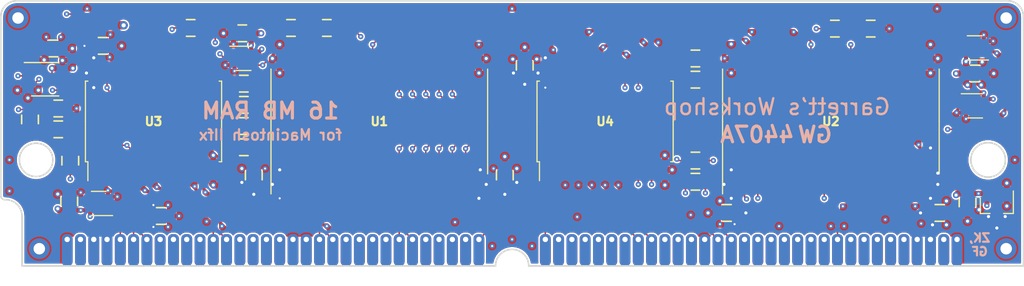
<source format=kicad_pcb>
(kicad_pcb (version 20171130) (host pcbnew "(5.1.10-1-10_14)")
  (layers (0 F.Cu signal) (1 In1.Cu power) (2 In2.Cu signal) (31 B.Cu power) (34 B.Paste user) (35 F.Paste user) (36 B.SilkS user) (37 F.SilkS user) (38 B.Mask user) (39 F.Mask user) (44 Edge.Cuts user))
  (net 0 "")
  (net 1 +5V)
  (net 2 /D0)
  (net 3 /D1)
  (net 4 /~WE~)
  (net 5 /D2)
  (net 6 /D3)
  (net 7 GND)
  (net 8 /D4)
  (net 9 /D5)
  (net 10 /D6)
  (net 11 /A11)
  (net 12 /D7)
  (net 13 /A0)
  (net 14 /A1)
  (net 15 /A2)
  (net 16 /A3)
  (net 17 /A4)
  (net 18 /A5)
  (net 19 /A6)
  (net 20 /A7)
  (net 21 /~OE~)
  (net 22 /A8)
  (net 23 /A9)
  (net 24 /A10)
  (net 25 +3V3)
  (net 26 /PDCO)
  (net 27 /PDCI)
  (net 28 /~WWP~)
  (net 29 /PQ)
  (net 30 "Net-(J1-Pad57)")
  (net 31 "Net-(J1-Pad56)")
  (net 32 /~RAS~)
  (net 33 "Net-(J1-Pad54)")
  (net 34 /~Q~B)
  (net 35 /~W~7)
  (net 36 /Q7)
  (net 37 "Net-(J1-Pad49)")
  (net 38 /~W~6)
  (net 39 /Q6)
  (net 40 "Net-(J1-Pad44)")
  (net 41 "Net-(J1-Pad43)")
  (net 42 /~W~5)
  (net 43 /Q5)
  (net 44 "Net-(J1-Pad36)")
  (net 45 /~W~4)
  (net 46 /Q4)
  (net 47 "Net-(J1-Pad30)")
  (net 48 /~W~3)
  (net 49 /Q3)
  (net 50 "Net-(J1-Pad24)")
  (net 51 /~W~2)
  (net 52 /Q2)
  (net 53 "Net-(J1-Pad16)")
  (net 54 /~W~1)
  (net 55 /Q1)
  (net 56 "Net-(J1-Pad10)")
  (net 57 /~W~0)
  (net 58 /Q0)
  (net 59 /~CAS~)
  (net 60 "Net-(J1-Pad2)")
  (net 61 /DQ7)
  (net 62 /DQ6)
  (net 63 /DQ5)
  (net 64 /DQ4)
  (net 65 /DQ3)
  (net 66 /DQ2)
  (net 67 /DQ1)
  (net 68 /DQ0)
  (net 69 /Din~OE~)
  (net 70 /Dout~OE~)
  (net 71 /RAS)
  (net 72 /CAS)
  (net 73 /RD)
  (net 74 /DQr0)
  (net 75 /DQr4)
  (net 76 /DQr2)
  (net 77 /DQr5)
  (net 78 /DQr1)
  (net 79 /DQr6)
  (net 80 /DQr3)
  (net 81 /DQr7)
  (net 82 /CASd)
  (net 83 "Net-(R13-Pad1)")
  (net 84 /R~CAS~)
  (net 85 /~CAS~d)
  (net 86 "Net-(U1-Pad29)")
  (net 87 "Net-(U1-Pad28)")
  (net 88 "Net-(U1-Pad27)")
  (net 89 "Net-(U1-Pad24)")
  (net 90 "Net-(U1-Pad7)")
  (net 91 "Net-(U1-Pad6)")
  (net 92 "Net-(U1-Pad5)")
  (net 93 "Net-(U1-Pad4)")
  (net 94 "Net-(U2-Pad4)")
  (net 95 "Net-(U2-Pad5)")
  (net 96 "Net-(U2-Pad6)")
  (net 97 "Net-(U2-Pad7)")
  (net 98 "Net-(U2-Pad24)")
  (net 99 "Net-(U2-Pad27)")
  (net 100 "Net-(U2-Pad28)")
  (net 101 "Net-(U2-Pad29)")
  (module stdpads:NXP_TSSOP-8_3x3mm_P0.65mm (layer F.Cu) (at 76 109.75)
    (fp_text reference U8)
    (fp_text value 74LVC1G74DC)
    (pad 8 smd roundrect (at 1.65 -1.05) (size 1.15 0.6) (layers F.Cu F.Paste F.Mask) (net 25 +3V3))
    (pad 7 smd roundrect (at 1.65 -0.325) (size 1.15 0.45) (layers F.Cu F.Paste F.Mask) (net 25 +3V3))
    (pad 6 smd roundrect (at 1.65 0.325) (size 1.15 0.45) (layers F.Cu F.Paste F.Mask) (net 72 /CAS))
    (pad 5 smd roundrect (at 1.65 1.05) (size 1.15 0.6) (layers F.Cu F.Paste F.Mask) (net 69 /Din~OE~))
    (pad 4 smd roundrect (at -1.65 1.05) (size 1.15 0.6) (layers F.Cu F.Paste F.Mask) (net 7 GND))
    (pad 3 smd roundrect (at -1.65 0.325) (size 1.15 0.4) (layers F.Cu F.Paste F.Mask) (net 70 /Dout~OE~))
    (pad 2 smd roundrect (at -1.65 -0.325) (size 1.15 0.4) (layers F.Cu F.Paste F.Mask) (net 73 /RD))
    (pad 1 smd roundrect (at -1.65 -1.05) (size 1.15 0.6) (layers F.Cu F.Paste F.Mask) (net 82 /CASd))
  )
  (module stdpads:SOP-32_400mil (layer F.Cu) (at 151.13 113.792 90)
    (fp_text reference U2)
    (fp_text value KM44C16104)
    (fp_text user %R (at 0 0) (layer F.SilkS) (effects (font (size 0.8128 0.8128) (thickness 0.2032))))
    (pad 32 smd roundrect (at 5.969 -9.525 90) (size 1.905 0.6) (layers F.Cu F.Paste F.Mask) (net 7 GND))
    (pad 31 smd roundrect (at 5.969 -8.255 90) (size 1.905 0.6) (layers F.Cu F.Paste F.Mask) (net 75 /DQr4))
    (pad 30 smd roundrect (at 5.969 -6.985 90) (size 1.905 0.6) (layers F.Cu F.Paste F.Mask) (net 81 /DQr7))
    (pad 29 smd roundrect (at 5.969 -5.715 90) (size 1.905 0.6) (layers F.Cu F.Paste F.Mask) (net 101 "Net-(U2-Pad29)"))
    (pad 28 smd roundrect (at 5.969 -4.445 90) (size 1.905 0.6) (layers F.Cu F.Paste F.Mask) (net 100 "Net-(U2-Pad28)"))
    (pad 27 smd roundrect (at 5.969 -3.175 90) (size 1.905 0.6) (layers F.Cu F.Paste F.Mask) (net 99 "Net-(U2-Pad27)"))
    (pad 26 smd roundrect (at 5.969 -1.905 90) (size 1.905 0.6) (layers F.Cu F.Paste F.Mask) (net 84 /R~CAS~))
    (pad 25 smd roundrect (at 5.969 -0.635 90) (size 1.905 0.6) (layers F.Cu F.Paste F.Mask) (net 21 /~OE~))
    (pad 24 smd roundrect (at 5.969 0.635 90) (size 1.905 0.6) (layers F.Cu F.Paste F.Mask) (net 98 "Net-(U2-Pad24)"))
    (pad 23 smd roundrect (at 5.969 1.905 90) (size 1.905 0.6) (layers F.Cu F.Paste F.Mask) (net 11 /A11))
    (pad 22 smd roundrect (at 5.969 3.175 90) (size 1.905 0.6) (layers F.Cu F.Paste F.Mask) (net 24 /A10))
    (pad 21 smd roundrect (at 5.969 4.445 90) (size 1.905 0.6) (layers F.Cu F.Paste F.Mask) (net 23 /A9))
    (pad 20 smd roundrect (at 5.969 5.715 90) (size 1.905 0.6) (layers F.Cu F.Paste F.Mask) (net 22 /A8))
    (pad 19 smd roundrect (at 5.969 6.985 90) (size 1.905 0.6) (layers F.Cu F.Paste F.Mask) (net 20 /A7))
    (pad 18 smd roundrect (at 5.969 8.255 90) (size 1.905 0.6) (layers F.Cu F.Paste F.Mask) (net 19 /A6))
    (pad 17 smd roundrect (at 5.969 9.525 90) (size 1.905 0.6) (layers F.Cu F.Paste F.Mask) (net 7 GND))
    (pad 16 smd roundrect (at -5.969 9.525 90) (size 1.905 0.6) (layers F.Cu F.Paste F.Mask) (net 1 +5V))
    (pad 15 smd roundrect (at -5.969 8.255 90) (size 1.905 0.6) (layers F.Cu F.Paste F.Mask) (net 13 /A0))
    (pad 14 smd roundrect (at -5.969 6.985 90) (size 1.905 0.6) (layers F.Cu F.Paste F.Mask) (net 14 /A1))
    (pad 13 smd roundrect (at -5.969 5.715 90) (size 1.905 0.6) (layers F.Cu F.Paste F.Mask) (net 15 /A2))
    (pad 12 smd roundrect (at -5.969 4.445 90) (size 1.905 0.6) (layers F.Cu F.Paste F.Mask) (net 16 /A3))
    (pad 11 smd roundrect (at -5.969 3.175 90) (size 1.905 0.6) (layers F.Cu F.Paste F.Mask) (net 17 /A4))
    (pad 10 smd roundrect (at -5.969 1.905 90) (size 1.905 0.6) (layers F.Cu F.Paste F.Mask) (net 18 /A5))
    (pad 9 smd roundrect (at -5.969 0.635 90) (size 1.905 0.6) (layers F.Cu F.Paste F.Mask) (net 32 /~RAS~))
    (pad 8 smd roundrect (at -5.969 -0.635 90) (size 1.905 0.6) (layers F.Cu F.Paste F.Mask) (net 4 /~WE~))
    (pad 7 smd roundrect (at -5.969 -1.905 90) (size 1.905 0.6) (layers F.Cu F.Paste F.Mask) (net 97 "Net-(U2-Pad7)"))
    (pad 6 smd roundrect (at -5.969 -3.175 90) (size 1.905 0.6) (layers F.Cu F.Paste F.Mask) (net 96 "Net-(U2-Pad6)"))
    (pad 5 smd roundrect (at -5.969 -4.445 90) (size 1.905 0.6) (layers F.Cu F.Paste F.Mask) (net 95 "Net-(U2-Pad5)"))
    (pad 4 smd roundrect (at -5.969 -5.715 90) (size 1.905 0.6) (layers F.Cu F.Paste F.Mask) (net 94 "Net-(U2-Pad4)"))
    (pad 3 smd roundrect (at -5.969 -6.985 90) (size 1.905 0.6) (layers F.Cu F.Paste F.Mask) (net 77 /DQr5))
    (pad 2 smd roundrect (at -5.969 -8.255 90) (size 1.905 0.6) (layers F.Cu F.Paste F.Mask) (net 79 /DQr6))
    (pad 1 smd roundrect (at -5.969 -9.525 90) (size 1.905 0.6) (layers F.Cu F.Paste F.Mask) (net 1 +5V))
  )
  (module stdpads:SOP-32_400mil (layer F.Cu) (at 107.95 113.792 90)
    (fp_text reference U1)
    (fp_text value KM44C16104)
    (fp_text user %R (at 0 0) (layer F.SilkS) (effects (font (size 0.8128 0.8128) (thickness 0.2032))))
    (pad 32 smd roundrect (at 5.969 -9.525 90) (size 1.905 0.6) (layers F.Cu F.Paste F.Mask) (net 7 GND))
    (pad 31 smd roundrect (at 5.969 -8.255 90) (size 1.905 0.6) (layers F.Cu F.Paste F.Mask) (net 80 /DQr3))
    (pad 30 smd roundrect (at 5.969 -6.985 90) (size 1.905 0.6) (layers F.Cu F.Paste F.Mask) (net 74 /DQr0))
    (pad 29 smd roundrect (at 5.969 -5.715 90) (size 1.905 0.6) (layers F.Cu F.Paste F.Mask) (net 86 "Net-(U1-Pad29)"))
    (pad 28 smd roundrect (at 5.969 -4.445 90) (size 1.905 0.6) (layers F.Cu F.Paste F.Mask) (net 87 "Net-(U1-Pad28)"))
    (pad 27 smd roundrect (at 5.969 -3.175 90) (size 1.905 0.6) (layers F.Cu F.Paste F.Mask) (net 88 "Net-(U1-Pad27)"))
    (pad 26 smd roundrect (at 5.969 -1.905 90) (size 1.905 0.6) (layers F.Cu F.Paste F.Mask) (net 84 /R~CAS~))
    (pad 25 smd roundrect (at 5.969 -0.635 90) (size 1.905 0.6) (layers F.Cu F.Paste F.Mask) (net 21 /~OE~))
    (pad 24 smd roundrect (at 5.969 0.635 90) (size 1.905 0.6) (layers F.Cu F.Paste F.Mask) (net 89 "Net-(U1-Pad24)"))
    (pad 23 smd roundrect (at 5.969 1.905 90) (size 1.905 0.6) (layers F.Cu F.Paste F.Mask) (net 19 /A6))
    (pad 22 smd roundrect (at 5.969 3.175 90) (size 1.905 0.6) (layers F.Cu F.Paste F.Mask) (net 20 /A7))
    (pad 21 smd roundrect (at 5.969 4.445 90) (size 1.905 0.6) (layers F.Cu F.Paste F.Mask) (net 22 /A8))
    (pad 20 smd roundrect (at 5.969 5.715 90) (size 1.905 0.6) (layers F.Cu F.Paste F.Mask) (net 23 /A9))
    (pad 19 smd roundrect (at 5.969 6.985 90) (size 1.905 0.6) (layers F.Cu F.Paste F.Mask) (net 24 /A10))
    (pad 18 smd roundrect (at 5.969 8.255 90) (size 1.905 0.6) (layers F.Cu F.Paste F.Mask) (net 11 /A11))
    (pad 17 smd roundrect (at 5.969 9.525 90) (size 1.905 0.6) (layers F.Cu F.Paste F.Mask) (net 7 GND))
    (pad 16 smd roundrect (at -5.969 9.525 90) (size 1.905 0.6) (layers F.Cu F.Paste F.Mask) (net 1 +5V))
    (pad 15 smd roundrect (at -5.969 8.255 90) (size 1.905 0.6) (layers F.Cu F.Paste F.Mask) (net 18 /A5))
    (pad 14 smd roundrect (at -5.969 6.985 90) (size 1.905 0.6) (layers F.Cu F.Paste F.Mask) (net 17 /A4))
    (pad 13 smd roundrect (at -5.969 5.715 90) (size 1.905 0.6) (layers F.Cu F.Paste F.Mask) (net 16 /A3))
    (pad 12 smd roundrect (at -5.969 4.445 90) (size 1.905 0.6) (layers F.Cu F.Paste F.Mask) (net 15 /A2))
    (pad 11 smd roundrect (at -5.969 3.175 90) (size 1.905 0.6) (layers F.Cu F.Paste F.Mask) (net 14 /A1))
    (pad 10 smd roundrect (at -5.969 1.905 90) (size 1.905 0.6) (layers F.Cu F.Paste F.Mask) (net 13 /A0))
    (pad 9 smd roundrect (at -5.969 0.635 90) (size 1.905 0.6) (layers F.Cu F.Paste F.Mask) (net 32 /~RAS~))
    (pad 8 smd roundrect (at -5.969 -0.635 90) (size 1.905 0.6) (layers F.Cu F.Paste F.Mask) (net 4 /~WE~))
    (pad 7 smd roundrect (at -5.969 -1.905 90) (size 1.905 0.6) (layers F.Cu F.Paste F.Mask) (net 90 "Net-(U1-Pad7)"))
    (pad 6 smd roundrect (at -5.969 -3.175 90) (size 1.905 0.6) (layers F.Cu F.Paste F.Mask) (net 91 "Net-(U1-Pad6)"))
    (pad 5 smd roundrect (at -5.969 -4.445 90) (size 1.905 0.6) (layers F.Cu F.Paste F.Mask) (net 92 "Net-(U1-Pad5)"))
    (pad 4 smd roundrect (at -5.969 -5.715 90) (size 1.905 0.6) (layers F.Cu F.Paste F.Mask) (net 93 "Net-(U1-Pad4)"))
    (pad 3 smd roundrect (at -5.969 -6.985 90) (size 1.905 0.6) (layers F.Cu F.Paste F.Mask) (net 76 /DQr2))
    (pad 2 smd roundrect (at -5.969 -8.255 90) (size 1.905 0.6) (layers F.Cu F.Paste F.Mask) (net 78 /DQr1))
    (pad 1 smd roundrect (at -5.969 -9.525 90) (size 1.905 0.6) (layers F.Cu F.Paste F.Mask) (net 1 +5V))
  )
  (module stdpads:R_0805 (layer F.Cu) (at 154.94 104.902)
    (fp_text reference R12)
    (fp_text value FPM)
    (pad 2 smd roundrect (at 0.95 0) (size 0.85 1.4) (layers F.Cu F.Paste F.Mask) (net 7 GND))
    (pad 1 smd roundrect (at -0.95 0) (size 0.85 1.4) (layers F.Cu F.Paste F.Mask) (net 21 /~OE~))
  )
  (module stdpads:R_0805 (layer F.Cu) (at 89.916 104.8385 180)
    (fp_text reference R11)
    (fp_text value EDO1)
    (pad 1 smd roundrect (at -0.95 0 180) (size 0.85 1.4) (layers F.Cu F.Paste F.Mask) (net 85 /~CAS~d))
    (pad 2 smd roundrect (at 0.95 0 180) (size 0.85 1.4) (layers F.Cu F.Paste F.Mask) (net 21 /~OE~))
  )
  (module stdpads:C_0805 (layer F.Cu) (at 94.85 105.35 180)
    (fp_text reference C12)
    (fp_text value 2u2)
    (pad 1 smd roundrect (at -0.85 0 180) (size 1.05 1.4) (layers F.Cu F.Paste F.Mask) (net 25 +3V3))
    (pad 2 smd roundrect (at 0.85 0 180) (size 1.05 1.4) (layers F.Cu F.Paste F.Mask) (net 7 GND))
  )
  (module stdpads:R_0805 (layer F.Cu) (at 99.5045 104.8385)
    (fp_text reference R16)
    (fp_text value RCASd)
    (pad 2 smd roundrect (at 0.95 0) (size 0.85 1.4) (layers F.Cu F.Paste F.Mask) (net 84 /R~CAS~))
    (pad 1 smd roundrect (at -0.95 0) (size 0.85 1.4) (layers F.Cu F.Paste F.Mask) (net 85 /~CAS~d))
  )
  (module stdpads:R_0805 (layer F.Cu) (at 102.9335 104.8385 180)
    (fp_text reference R15)
    (fp_text value RCAS)
    (pad 1 smd roundrect (at -0.95 0 180) (size 0.85 1.4) (layers F.Cu F.Paste F.Mask) (net 59 /~CAS~))
    (pad 2 smd roundrect (at 0.95 0 180) (size 0.85 1.4) (layers F.Cu F.Paste F.Mask) (net 84 /R~CAS~))
  )
  (module stdpads:R_0805 (layer F.Cu) (at 151.511 104.902)
    (fp_text reference R10)
    (fp_text value EDO0)
    (pad 1 smd roundrect (at -0.95 0) (size 0.85 1.4) (layers F.Cu F.Paste F.Mask) (net 59 /~CAS~))
    (pad 2 smd roundrect (at 0.95 0) (size 0.85 1.4) (layers F.Cu F.Paste F.Mask) (net 21 /~OE~))
  )
  (module stdpads:SOT-353 (layer F.Cu) (at 94.95 107.75 180)
    (fp_text reference U9)
    (fp_text value 74LVC1G04GW)
    (pad 3 smd roundrect (at 0.85 -0.65) (size 1 0.4) (layers F.Cu F.Paste F.Mask) (net 7 GND))
    (pad 1 smd roundrect (at 0.85 0.65) (size 1 0.4) (layers F.Cu F.Paste F.Mask))
    (pad 2 smd roundrect (at 0.85 0) (size 1 0.4) (layers F.Cu F.Paste F.Mask) (net 83 "Net-(R13-Pad1)"))
    (pad 4 smd roundrect (at -0.85 -0.65) (size 1 0.4) (layers F.Cu F.Paste F.Mask) (net 85 /~CAS~d))
    (pad 5 smd roundrect (at -0.85 0.65) (size 1 0.4) (layers F.Cu F.Paste F.Mask) (net 25 +3V3))
  )
  (module stdpads:PasteHole_1.1mm_PTH (layer F.Cu) (at 73.406 103.886)
    (fp_text reference H1)
    (fp_text value " " hide)
    (pad 1 thru_hole circle (at 0 0) (size 2 2) (drill 1.1) (layers *.Cu *.Mask) (net 7 GND))
  )
  (module stdpads:R_0805 (layer F.Cu) (at 78.4 117.55 90)
    (fp_text reference R14)
    (fp_text value CAS)
    (pad 1 smd roundrect (at -0.95 0 90) (size 0.85 1.4) (layers F.Cu F.Paste F.Mask) (net 83 "Net-(R13-Pad1)"))
    (pad 2 smd roundrect (at 0.95 0 90) (size 0.85 1.4) (layers F.Cu F.Paste F.Mask) (net 72 /CAS))
  )
  (module stdpads:R_0805 (layer F.Cu) (at 74.55 113.6 270)
    (fp_text reference R13)
    (fp_text value CASd)
    (pad 2 smd roundrect (at 0.95 0 270) (size 0.85 1.4) (layers F.Cu F.Paste F.Mask) (net 82 /CASd))
    (pad 1 smd roundrect (at -0.95 0 270) (size 0.85 1.4) (layers F.Cu F.Paste F.Mask) (net 83 "Net-(R13-Pad1)"))
  )
  (module stdpads:MacIIROMSIMM_Edge (layer F.Cu) (at 120.65 127.635)
    (fp_text reference J1 hide)
    (fp_text value IIfxRAM)
    (pad 64 thru_hole roundrect (at 42.545 -2.54) (size 1.0414 3.048) (drill 0.508 (offset 0 1.016)) (layers *.Cu *.Mask) (roundrect_rratio 0.4) (net 7 GND))
    (pad 63 thru_hole roundrect (at 41.275 -2.54) (size 1.0414 3.048) (drill 0.508 (offset 0 1.016)) (layers *.Cu *.Mask) (roundrect_rratio 0.4) (net 26 /PDCO))
    (pad 62 thru_hole roundrect (at 40.005 -2.54) (size 1.0414 3.048) (drill 0.508 (offset 0 1.016)) (layers *.Cu *.Mask) (roundrect_rratio 0.4) (net 1 +5V))
    (pad 61 thru_hole roundrect (at 38.735 -2.54) (size 1.0414 3.048) (drill 0.508 (offset 0 1.016)) (layers *.Cu *.Mask) (roundrect_rratio 0.4) (net 1 +5V))
    (pad 60 thru_hole roundrect (at 37.465 -2.54) (size 1.0414 3.048) (drill 0.508 (offset 0 1.016)) (layers *.Cu *.Mask) (roundrect_rratio 0.4) (net 27 /PDCI))
    (pad 59 thru_hole roundrect (at 36.195 -2.54) (size 1.0414 3.048) (drill 0.508 (offset 0 1.016)) (layers *.Cu *.Mask) (roundrect_rratio 0.4) (net 28 /~WWP~))
    (pad 58 thru_hole roundrect (at 34.925 -2.54) (size 1.0414 3.048) (drill 0.508 (offset 0 1.016)) (layers *.Cu *.Mask) (roundrect_rratio 0.4) (net 29 /PQ))
    (pad 57 thru_hole roundrect (at 33.655 -2.54) (size 1.0414 3.048) (drill 0.508 (offset 0 1.016)) (layers *.Cu *.Mask) (roundrect_rratio 0.4) (net 30 "Net-(J1-Pad57)"))
    (pad 56 thru_hole roundrect (at 32.385 -2.54) (size 1.0414 3.048) (drill 0.508 (offset 0 1.016)) (layers *.Cu *.Mask) (roundrect_rratio 0.4) (net 31 "Net-(J1-Pad56)"))
    (pad 55 thru_hole roundrect (at 31.115 -2.54) (size 1.0414 3.048) (drill 0.508 (offset 0 1.016)) (layers *.Cu *.Mask) (roundrect_rratio 0.4) (net 32 /~RAS~))
    (pad 54 thru_hole roundrect (at 29.845 -2.54) (size 1.0414 3.048) (drill 0.508 (offset 0 1.016)) (layers *.Cu *.Mask) (roundrect_rratio 0.4) (net 33 "Net-(J1-Pad54)"))
    (pad 53 thru_hole roundrect (at 28.575 -2.54) (size 1.0414 3.048) (drill 0.508 (offset 0 1.016)) (layers *.Cu *.Mask) (roundrect_rratio 0.4) (net 34 /~Q~B))
    (pad 52 thru_hole roundrect (at 27.305 -2.54) (size 1.0414 3.048) (drill 0.508 (offset 0 1.016)) (layers *.Cu *.Mask) (roundrect_rratio 0.4) (net 35 /~W~7))
    (pad 51 thru_hole roundrect (at 26.035 -2.54) (size 1.0414 3.048) (drill 0.508 (offset 0 1.016)) (layers *.Cu *.Mask) (roundrect_rratio 0.4) (net 36 /Q7))
    (pad 50 thru_hole roundrect (at 24.765 -2.54) (size 1.0414 3.048) (drill 0.508 (offset 0 1.016)) (layers *.Cu *.Mask) (roundrect_rratio 0.4) (net 12 /D7))
    (pad 49 thru_hole roundrect (at 23.495 -2.54) (size 1.0414 3.048) (drill 0.508 (offset 0 1.016)) (layers *.Cu *.Mask) (roundrect_rratio 0.4) (net 37 "Net-(J1-Pad49)"))
    (pad 48 thru_hole roundrect (at 22.225 -2.54) (size 1.0414 3.048) (drill 0.508 (offset 0 1.016)) (layers *.Cu *.Mask) (roundrect_rratio 0.4) (net 38 /~W~6))
    (pad 47 thru_hole roundrect (at 20.955 -2.54) (size 1.0414 3.048) (drill 0.508 (offset 0 1.016)) (layers *.Cu *.Mask) (roundrect_rratio 0.4) (net 39 /Q6))
    (pad 46 thru_hole roundrect (at 19.685 -2.54) (size 1.0414 3.048) (drill 0.508 (offset 0 1.016)) (layers *.Cu *.Mask) (roundrect_rratio 0.4) (net 10 /D6))
    (pad 45 thru_hole roundrect (at 18.415 -2.54) (size 1.0414 3.048) (drill 0.508 (offset 0 1.016)) (layers *.Cu *.Mask) (roundrect_rratio 0.4) (net 7 GND))
    (pad 44 thru_hole roundrect (at 17.145 -2.54) (size 1.0414 3.048) (drill 0.508 (offset 0 1.016)) (layers *.Cu *.Mask) (roundrect_rratio 0.4) (net 40 "Net-(J1-Pad44)"))
    (pad 43 thru_hole roundrect (at 15.875 -2.54) (size 1.0414 3.048) (drill 0.508 (offset 0 1.016)) (layers *.Cu *.Mask) (roundrect_rratio 0.4) (net 41 "Net-(J1-Pad43)"))
    (pad 42 thru_hole roundrect (at 14.605 -2.54) (size 1.0414 3.048) (drill 0.508 (offset 0 1.016)) (layers *.Cu *.Mask) (roundrect_rratio 0.4) (net 42 /~W~5))
    (pad 41 thru_hole roundrect (at 13.335 -2.54) (size 1.0414 3.048) (drill 0.508 (offset 0 1.016)) (layers *.Cu *.Mask) (roundrect_rratio 0.4) (net 43 /Q5))
    (pad 40 thru_hole roundrect (at 12.065 -2.54) (size 1.0414 3.048) (drill 0.508 (offset 0 1.016)) (layers *.Cu *.Mask) (roundrect_rratio 0.4) (net 9 /D5))
    (pad 39 thru_hole roundrect (at 10.795 -2.54) (size 1.0414 3.048) (drill 0.508 (offset 0 1.016)) (layers *.Cu *.Mask) (roundrect_rratio 0.4) (net 11 /A11))
    (pad 38 thru_hole roundrect (at 9.525 -2.54) (size 1.0414 3.048) (drill 0.508 (offset 0 1.016)) (layers *.Cu *.Mask) (roundrect_rratio 0.4) (net 24 /A10))
    (pad 37 thru_hole roundrect (at 8.255 -2.54) (size 1.0414 3.048) (drill 0.508 (offset 0 1.016)) (layers *.Cu *.Mask) (roundrect_rratio 0.4) (net 23 /A9))
    (pad 36 thru_hole roundrect (at 6.985 -2.54) (size 1.0414 3.048) (drill 0.508 (offset 0 1.016)) (layers *.Cu *.Mask) (roundrect_rratio 0.4) (net 44 "Net-(J1-Pad36)"))
    (pad 35 thru_hole roundrect (at 5.715 -2.54) (size 1.0414 3.048) (drill 0.508 (offset 0 1.016)) (layers *.Cu *.Mask) (roundrect_rratio 0.4) (net 22 /A8))
    (pad 34 thru_hole roundrect (at 4.445 -2.54) (size 1.0414 3.048) (drill 0.508 (offset 0 1.016)) (layers *.Cu *.Mask) (roundrect_rratio 0.4) (net 45 /~W~4))
    (pad 33 thru_hole roundrect (at 3.175 -2.54) (size 1.0414 3.048) (drill 0.508 (offset 0 1.016)) (layers *.Cu *.Mask) (roundrect_rratio 0.4) (net 46 /Q4))
    (pad 32 thru_hole roundrect (at -3.175 -2.54) (size 1.0414 3.048) (drill 0.508 (offset 0 1.016)) (layers *.Cu *.Mask) (roundrect_rratio 0.4) (net 8 /D4))
    (pad 31 thru_hole roundrect (at -4.445 -2.54) (size 1.0414 3.048) (drill 0.508 (offset 0 1.016)) (layers *.Cu *.Mask) (roundrect_rratio 0.4) (net 20 /A7))
    (pad 30 thru_hole roundrect (at -5.715 -2.54) (size 1.0414 3.048) (drill 0.508 (offset 0 1.016)) (layers *.Cu *.Mask) (roundrect_rratio 0.4) (net 47 "Net-(J1-Pad30)"))
    (pad 29 thru_hole roundrect (at -6.985 -2.54) (size 1.0414 3.048) (drill 0.508 (offset 0 1.016)) (layers *.Cu *.Mask) (roundrect_rratio 0.4) (net 19 /A6))
    (pad 28 thru_hole roundrect (at -8.255 -2.54) (size 1.0414 3.048) (drill 0.508 (offset 0 1.016)) (layers *.Cu *.Mask) (roundrect_rratio 0.4) (net 48 /~W~3))
    (pad 27 thru_hole roundrect (at -9.525 -2.54) (size 1.0414 3.048) (drill 0.508 (offset 0 1.016)) (layers *.Cu *.Mask) (roundrect_rratio 0.4) (net 49 /Q3))
    (pad 26 thru_hole roundrect (at -10.795 -2.54) (size 1.0414 3.048) (drill 0.508 (offset 0 1.016)) (layers *.Cu *.Mask) (roundrect_rratio 0.4) (net 6 /D3))
    (pad 25 thru_hole roundrect (at -12.065 -2.54) (size 1.0414 3.048) (drill 0.508 (offset 0 1.016)) (layers *.Cu *.Mask) (roundrect_rratio 0.4) (net 18 /A5))
    (pad 24 thru_hole roundrect (at -13.335 -2.54) (size 1.0414 3.048) (drill 0.508 (offset 0 1.016)) (layers *.Cu *.Mask) (roundrect_rratio 0.4) (net 50 "Net-(J1-Pad24)"))
    (pad 23 thru_hole roundrect (at -14.605 -2.54) (size 1.0414 3.048) (drill 0.508 (offset 0 1.016)) (layers *.Cu *.Mask) (roundrect_rratio 0.4) (net 17 /A4))
    (pad 22 thru_hole roundrect (at -15.875 -2.54) (size 1.0414 3.048) (drill 0.508 (offset 0 1.016)) (layers *.Cu *.Mask) (roundrect_rratio 0.4) (net 51 /~W~2))
    (pad 21 thru_hole roundrect (at -17.145 -2.54) (size 1.0414 3.048) (drill 0.508 (offset 0 1.016)) (layers *.Cu *.Mask) (roundrect_rratio 0.4) (net 52 /Q2))
    (pad 20 thru_hole roundrect (at -18.415 -2.54) (size 1.0414 3.048) (drill 0.508 (offset 0 1.016)) (layers *.Cu *.Mask) (roundrect_rratio 0.4) (net 5 /D2))
    (pad 19 thru_hole roundrect (at -19.685 -2.54) (size 1.0414 3.048) (drill 0.508 (offset 0 1.016)) (layers *.Cu *.Mask) (roundrect_rratio 0.4) (net 7 GND))
    (pad 18 thru_hole roundrect (at -20.955 -2.54) (size 1.0414 3.048) (drill 0.508 (offset 0 1.016)) (layers *.Cu *.Mask) (roundrect_rratio 0.4) (net 7 GND))
    (pad 17 thru_hole roundrect (at -22.225 -2.54) (size 1.0414 3.048) (drill 0.508 (offset 0 1.016)) (layers *.Cu *.Mask) (roundrect_rratio 0.4) (net 16 /A3))
    (pad 16 thru_hole roundrect (at -23.495 -2.54) (size 1.0414 3.048) (drill 0.508 (offset 0 1.016)) (layers *.Cu *.Mask) (roundrect_rratio 0.4) (net 53 "Net-(J1-Pad16)"))
    (pad 15 thru_hole roundrect (at -24.765 -2.54) (size 1.0414 3.048) (drill 0.508 (offset 0 1.016)) (layers *.Cu *.Mask) (roundrect_rratio 0.4) (net 15 /A2))
    (pad 14 thru_hole roundrect (at -26.035 -2.54) (size 1.0414 3.048) (drill 0.508 (offset 0 1.016)) (layers *.Cu *.Mask) (roundrect_rratio 0.4) (net 54 /~W~1))
    (pad 13 thru_hole roundrect (at -27.305 -2.54) (size 1.0414 3.048) (drill 0.508 (offset 0 1.016)) (layers *.Cu *.Mask) (roundrect_rratio 0.4) (net 55 /Q1))
    (pad 12 thru_hole roundrect (at -28.575 -2.54) (size 1.0414 3.048) (drill 0.508 (offset 0 1.016)) (layers *.Cu *.Mask) (roundrect_rratio 0.4) (net 3 /D1))
    (pad 11 thru_hole roundrect (at -29.845 -2.54) (size 1.0414 3.048) (drill 0.508 (offset 0 1.016)) (layers *.Cu *.Mask) (roundrect_rratio 0.4) (net 14 /A1))
    (pad 10 thru_hole roundrect (at -31.115 -2.54) (size 1.0414 3.048) (drill 0.508 (offset 0 1.016)) (layers *.Cu *.Mask) (roundrect_rratio 0.4) (net 56 "Net-(J1-Pad10)"))
    (pad 9 thru_hole roundrect (at -32.385 -2.54) (size 1.0414 3.048) (drill 0.508 (offset 0 1.016)) (layers *.Cu *.Mask) (roundrect_rratio 0.4) (net 13 /A0))
    (pad 8 thru_hole roundrect (at -33.655 -2.54) (size 1.0414 3.048) (drill 0.508 (offset 0 1.016)) (layers *.Cu *.Mask) (roundrect_rratio 0.4) (net 57 /~W~0))
    (pad 7 thru_hole roundrect (at -34.925 -2.54) (size 1.0414 3.048) (drill 0.508 (offset 0 1.016)) (layers *.Cu *.Mask) (roundrect_rratio 0.4) (net 58 /Q0))
    (pad 6 thru_hole roundrect (at -36.195 -2.54) (size 1.0414 3.048) (drill 0.508 (offset 0 1.016)) (layers *.Cu *.Mask) (roundrect_rratio 0.4) (net 2 /D0))
    (pad 5 thru_hole roundrect (at -37.465 -2.54) (size 1.0414 3.048) (drill 0.508 (offset 0 1.016)) (layers *.Cu *.Mask) (roundrect_rratio 0.4) (net 59 /~CAS~))
    (pad 4 thru_hole roundrect (at -38.735 -2.54) (size 1.0414 3.048) (drill 0.508 (offset 0 1.016)) (layers *.Cu *.Mask) (roundrect_rratio 0.4) (net 1 +5V))
    (pad 3 thru_hole roundrect (at -40.005 -2.54) (size 1.0414 3.048) (drill 0.508 (offset 0 1.016)) (layers *.Cu *.Mask) (roundrect_rratio 0.4) (net 1 +5V))
    (pad 2 thru_hole roundrect (at -41.275 -2.54) (size 1.0414 3.048) (drill 0.508 (offset 0 1.016)) (layers *.Cu *.Mask) (roundrect_rratio 0.4) (net 60 "Net-(J1-Pad2)"))
    (pad 1 thru_hole roundrect (at -42.545 -2.54) (size 1.0414 3.048) (drill 0.508 (offset 0 1.016)) (layers *.Cu *.Mask) (roundrect_rratio 0.4) (net 7 GND))
  )
  (module stdpads:C_0805 (layer F.Cu) (at 164.2 121.55 270)
    (fp_text reference C10)
    (fp_text value 2u2)
    (pad 1 smd roundrect (at -0.85 0 270) (size 1.05 1.4) (layers F.Cu F.Paste F.Mask) (net 25 +3V3))
    (pad 2 smd roundrect (at 0.85 0 270) (size 1.05 1.4) (layers F.Cu F.Paste F.Mask) (net 7 GND))
  )
  (module stdpads:C_0805 (layer F.Cu) (at 87.05 122.85)
    (fp_text reference C1)
    (fp_text value 2u2)
    (pad 1 smd roundrect (at -0.85 0) (size 1.05 1.4) (layers F.Cu F.Paste F.Mask) (net 1 +5V))
    (pad 2 smd roundrect (at 0.85 0) (size 1.05 1.4) (layers F.Cu F.Paste F.Mask) (net 7 GND))
  )
  (module stdpads:SOT-23 (layer F.Cu) (at 167 121.85 90)
    (fp_text reference U10)
    (fp_text value XC6206PxxxMR)
    (pad 1 smd roundrect (at 1.05 0.95 270) (size 1.35 0.8) (layers F.Cu F.Paste F.Mask) (net 7 GND))
    (pad 2 smd roundrect (at 1.05 -0.95 270) (size 1.35 0.8) (layers F.Cu F.Paste F.Mask) (net 25 +3V3))
    (pad 3 smd roundrect (at -1.05 0 270) (size 1.35 0.8) (layers F.Cu F.Paste F.Mask) (net 1 +5V))
  )
  (module stdpads:SOIC-20W_7.5mm (layer F.Cu) (at 129.54 113.792)
    (fp_text reference U4)
    (fp_text value 74AHCT244PW)
    (fp_text user %R (at 0 0 180) (layer F.SilkS) (effects (font (size 0.8128 0.8128) (thickness 0.2032))))
    (pad 20 smd roundrect (at -5.715 -4.65 90) (size 2.05 0.6) (layers F.Cu F.Paste F.Mask) (net 1 +5V))
    (pad 19 smd roundrect (at -4.445 -4.65 90) (size 2.05 0.6) (layers F.Cu F.Paste F.Mask) (net 70 /Dout~OE~))
    (pad 18 smd roundrect (at -3.175 -4.65 90) (size 2.05 0.6) (layers F.Cu F.Paste F.Mask) (net 61 /DQ7))
    (pad 17 smd roundrect (at -1.905 -4.65 90) (size 2.05 0.6) (layers F.Cu F.Paste F.Mask) (net 64 /DQ4))
    (pad 16 smd roundrect (at -0.635 -4.65 90) (size 2.05 0.6) (layers F.Cu F.Paste F.Mask) (net 62 /DQ6))
    (pad 15 smd roundrect (at 0.635 -4.65 90) (size 2.05 0.6) (layers F.Cu F.Paste F.Mask) (net 63 /DQ5))
    (pad 14 smd roundrect (at 1.905 -4.65 90) (size 2.05 0.6) (layers F.Cu F.Paste F.Mask) (net 63 /DQ5))
    (pad 13 smd roundrect (at 3.175 -4.65 90) (size 2.05 0.6) (layers F.Cu F.Paste F.Mask) (net 62 /DQ6))
    (pad 12 smd roundrect (at 4.445 -4.65 90) (size 2.05 0.6) (layers F.Cu F.Paste F.Mask) (net 64 /DQ4))
    (pad 11 smd roundrect (at 5.715 -4.65 90) (size 2.05 0.6) (layers F.Cu F.Paste F.Mask) (net 61 /DQ7))
    (pad 10 smd roundrect (at 5.715 4.65 90) (size 2.05 0.6) (layers F.Cu F.Paste F.Mask) (net 7 GND))
    (pad 9 smd roundrect (at 4.445 4.65 90) (size 2.05 0.6) (layers F.Cu F.Paste F.Mask) (net 36 /Q7))
    (pad 8 smd roundrect (at 3.175 4.65 90) (size 2.05 0.6) (layers F.Cu F.Paste F.Mask) (net 12 /D7))
    (pad 7 smd roundrect (at 1.905 4.65 90) (size 2.05 0.6) (layers F.Cu F.Paste F.Mask) (net 39 /Q6))
    (pad 6 smd roundrect (at 0.635 4.65 90) (size 2.05 0.6) (layers F.Cu F.Paste F.Mask) (net 10 /D6))
    (pad 5 smd roundrect (at -0.635 4.65 90) (size 2.05 0.6) (layers F.Cu F.Paste F.Mask) (net 43 /Q5))
    (pad 4 smd roundrect (at -1.905 4.65 90) (size 2.05 0.6) (layers F.Cu F.Paste F.Mask) (net 9 /D5))
    (pad 3 smd roundrect (at -3.175 4.65 90) (size 2.05 0.6) (layers F.Cu F.Paste F.Mask) (net 46 /Q4))
    (pad 2 smd roundrect (at -4.445 4.65 90) (size 2.05 0.6) (layers F.Cu F.Paste F.Mask) (net 8 /D4))
    (pad 1 smd roundrect (at -5.715 4.65 90) (size 2.05 0.6) (layers F.Cu F.Paste F.Mask) (net 69 /Din~OE~))
  )
  (module stdpads:C_0805 (layer F.Cu) (at 164.9 109.2)
    (fp_text reference C11)
    (fp_text value 2u2)
    (pad 2 smd roundrect (at 0.85 0) (size 1.05 1.4) (layers F.Cu F.Paste F.Mask) (net 7 GND))
    (pad 1 smd roundrect (at -0.85 0) (size 1.05 1.4) (layers F.Cu F.Paste F.Mask) (net 25 +3V3))
  )
  (module stdpads:C_0805 (layer F.Cu) (at 141.1995 122.555 180)
    (fp_text reference C4)
    (fp_text value 2u2)
    (pad 1 smd roundrect (at -0.85 0 180) (size 1.05 1.4) (layers F.Cu F.Paste F.Mask) (net 1 +5V))
    (pad 2 smd roundrect (at 0.85 0 180) (size 1.05 1.4) (layers F.Cu F.Paste F.Mask) (net 7 GND))
  )
  (module stdpads:Fiducial (layer F.Cu) (at 75.946 103.886)
    (fp_text reference FID1 hide)
    (fp_text value Fiducial hide)
    (pad ~ smd circle (at 0 0) (size 1 1) (layers F.Cu F.Mask) (clearance 0.575))
  )
  (module stdpads:R_0805 (layer F.Cu) (at 138.176 119.5705)
    (fp_text reference R3)
    (fp_text value 100)
    (pad 1 smd roundrect (at -0.95 0) (size 0.85 1.4) (layers F.Cu F.Paste F.Mask) (net 62 /DQ6))
    (pad 2 smd roundrect (at 0.95 0) (size 0.85 1.4) (layers F.Cu F.Paste F.Mask) (net 79 /DQr6))
  )
  (module stdpads:R_0805 (layer F.Cu) (at 138.176 117.5385)
    (fp_text reference R5)
    (fp_text value 100)
    (pad 2 smd roundrect (at 0.95 0) (size 0.85 1.4) (layers F.Cu F.Paste F.Mask) (net 77 /DQr5))
    (pad 1 smd roundrect (at -0.95 0) (size 0.85 1.4) (layers F.Cu F.Paste F.Mask) (net 63 /DQ5))
  )
  (module stdpads:R_0805 (layer F.Cu) (at 138.176 107.7595)
    (fp_text reference R7)
    (fp_text value 100)
    (pad 2 smd roundrect (at 0.95 0) (size 0.85 1.4) (layers F.Cu F.Paste F.Mask) (net 81 /DQr7))
    (pad 1 smd roundrect (at -0.95 0) (size 0.85 1.4) (layers F.Cu F.Paste F.Mask) (net 61 /DQ7))
  )
  (module stdpads:R_0805 (layer F.Cu) (at 138.176 109.7915)
    (fp_text reference R9)
    (fp_text value 100)
    (pad 1 smd roundrect (at -0.95 0) (size 0.85 1.4) (layers F.Cu F.Paste F.Mask) (net 64 /DQ4))
    (pad 2 smd roundrect (at 0.95 0) (size 0.85 1.4) (layers F.Cu F.Paste F.Mask) (net 75 /DQr4))
  )
  (module stdpads:R_0805 (layer F.Cu) (at 94.996 110.1725)
    (fp_text reference R8)
    (fp_text value 100)
    (pad 2 smd roundrect (at 0.95 0) (size 0.85 1.4) (layers F.Cu F.Paste F.Mask) (net 80 /DQr3))
    (pad 1 smd roundrect (at -0.95 0) (size 0.85 1.4) (layers F.Cu F.Paste F.Mask) (net 65 /DQ3))
  )
  (module stdpads:R_0805 (layer F.Cu) (at 94.996 114.2365)
    (fp_text reference R4)
    (fp_text value 100)
    (pad 2 smd roundrect (at 0.95 0) (size 0.85 1.4) (layers F.Cu F.Paste F.Mask) (net 76 /DQr2))
    (pad 1 smd roundrect (at -0.95 0) (size 0.85 1.4) (layers F.Cu F.Paste F.Mask) (net 66 /DQ2))
  )
  (module stdpads:R_0805 (layer F.Cu) (at 94.996 116.2685)
    (fp_text reference R2)
    (fp_text value 100)
    (pad 1 smd roundrect (at -0.95 0) (size 0.85 1.4) (layers F.Cu F.Paste F.Mask) (net 67 /DQ1))
    (pad 2 smd roundrect (at 0.95 0) (size 0.85 1.4) (layers F.Cu F.Paste F.Mask) (net 78 /DQr1))
  )
  (module stdpads:R_0805 (layer F.Cu) (at 94.996 112.2045)
    (fp_text reference R6)
    (fp_text value 100)
    (pad 2 smd roundrect (at 0.95 0) (size 0.85 1.4) (layers F.Cu F.Paste F.Mask) (net 74 /DQr0))
    (pad 1 smd roundrect (at -0.95 0) (size 0.85 1.4) (layers F.Cu F.Paste F.Mask) (net 68 /DQ0))
  )
  (module stdpads:Fiducial (layer F.Cu) (at 75.438 123.444)
    (fp_text reference FID2 hide)
    (fp_text value Fiducial hide)
    (pad ~ smd circle (at 0 0) (size 1 1) (layers F.Cu F.Mask) (clearance 0.575))
  )
  (module stdpads:Fiducial (layer F.Cu) (at 165.354 125.984)
    (fp_text reference FID3 hide)
    (fp_text value Fiducial hide)
    (pad ~ smd circle (at 0 0) (size 1 1) (layers F.Cu F.Mask) (clearance 0.575))
  )
  (module stdpads:Fiducial (layer F.Cu) (at 165.354 103.886)
    (fp_text reference FID4 hide)
    (fp_text value Fiducial hide)
    (pad ~ smd circle (at 0 0) (size 1 1) (layers F.Cu F.Mask) (clearance 0.575))
  )
  (module stdpads:PasteHole_1.1mm_PTH (layer F.Cu) (at 75.438 125.984)
    (fp_text reference H2)
    (fp_text value " " hide)
    (pad 1 thru_hole circle (at 0 0) (size 2 2) (drill 1.1) (layers *.Cu *.Mask) (net 7 GND))
  )
  (module stdpads:PasteHole_1.1mm_PTH (layer F.Cu) (at 167.894 125.984)
    (fp_text reference H3)
    (fp_text value " " hide)
    (pad 1 thru_hole circle (at 0 0) (size 2 2) (drill 1.1) (layers *.Cu *.Mask) (net 7 GND))
  )
  (module stdpads:PasteHole_1.1mm_PTH (layer F.Cu) (at 167.894 103.886)
    (fp_text reference H4)
    (fp_text value " " hide)
    (pad 1 thru_hole circle (at 0 0) (size 2 2) (drill 1.1) (layers *.Cu *.Mask) (net 7 GND))
  )
  (module stdpads:SOT-353 (layer F.Cu) (at 164.9 112.3 180)
    (fp_text reference U5)
    (fp_text value 74LVC1G04GW)
    (pad 5 smd roundrect (at -0.85 0.65) (size 1 0.4) (layers F.Cu F.Paste F.Mask) (net 25 +3V3))
    (pad 4 smd roundrect (at -0.85 -0.65) (size 1 0.4) (layers F.Cu F.Paste F.Mask) (net 71 /RAS))
    (pad 2 smd roundrect (at 0.85 0) (size 1 0.4) (layers F.Cu F.Paste F.Mask) (net 32 /~RAS~))
    (pad 1 smd roundrect (at 0.85 0.65) (size 1 0.4) (layers F.Cu F.Paste F.Mask))
    (pad 3 smd roundrect (at 0.85 -0.65) (size 1 0.4) (layers F.Cu F.Paste F.Mask) (net 7 GND))
  )
  (module stdpads:SOT-353 (layer F.Cu) (at 81.15 121.65)
    (fp_text reference U6)
    (fp_text value 74LVC1G04GW)
    (pad 3 smd roundrect (at 0.85 -0.65 180) (size 1 0.4) (layers F.Cu F.Paste F.Mask) (net 7 GND))
    (pad 1 smd roundrect (at 0.85 0.65 180) (size 1 0.4) (layers F.Cu F.Paste F.Mask))
    (pad 2 smd roundrect (at 0.85 0 180) (size 1 0.4) (layers F.Cu F.Paste F.Mask) (net 59 /~CAS~))
    (pad 4 smd roundrect (at -0.85 -0.65 180) (size 1 0.4) (layers F.Cu F.Paste F.Mask) (net 72 /CAS))
    (pad 5 smd roundrect (at -0.85 0.65 180) (size 1 0.4) (layers F.Cu F.Paste F.Mask) (net 25 +3V3))
  )
  (module stdpads:SOT-353 (layer F.Cu) (at 164.9 106.75)
    (fp_text reference U7)
    (fp_text value 74LVC1G08GW)
    (pad 3 smd roundrect (at 0.85 -0.65 180) (size 1 0.4) (layers F.Cu F.Paste F.Mask) (net 7 GND))
    (pad 1 smd roundrect (at 0.85 0.65 180) (size 1 0.4) (layers F.Cu F.Paste F.Mask) (net 71 /RAS))
    (pad 2 smd roundrect (at 0.85 0 180) (size 1 0.4) (layers F.Cu F.Paste F.Mask) (net 4 /~WE~))
    (pad 4 smd roundrect (at -0.85 -0.65 180) (size 1 0.4) (layers F.Cu F.Paste F.Mask) (net 73 /RD))
    (pad 5 smd roundrect (at -0.85 0.65 180) (size 1 0.4) (layers F.Cu F.Paste F.Mask) (net 25 +3V3))
  )
  (module stdpads:SOIC-20W_7.5mm (layer F.Cu) (at 86.36 113.792)
    (fp_text reference U3)
    (fp_text value 74AHCT244PW)
    (fp_text user %R (at 0 0 180) (layer F.SilkS) (effects (font (size 0.8128 0.8128) (thickness 0.2032))))
    (pad 1 smd roundrect (at -5.715 4.65 90) (size 2.05 0.6) (layers F.Cu F.Paste F.Mask) (net 69 /Din~OE~))
    (pad 2 smd roundrect (at -4.445 4.65 90) (size 2.05 0.6) (layers F.Cu F.Paste F.Mask) (net 2 /D0))
    (pad 3 smd roundrect (at -3.175 4.65 90) (size 2.05 0.6) (layers F.Cu F.Paste F.Mask) (net 58 /Q0))
    (pad 4 smd roundrect (at -1.905 4.65 90) (size 2.05 0.6) (layers F.Cu F.Paste F.Mask) (net 3 /D1))
    (pad 5 smd roundrect (at -0.635 4.65 90) (size 2.05 0.6) (layers F.Cu F.Paste F.Mask) (net 55 /Q1))
    (pad 6 smd roundrect (at 0.635 4.65 90) (size 2.05 0.6) (layers F.Cu F.Paste F.Mask) (net 5 /D2))
    (pad 7 smd roundrect (at 1.905 4.65 90) (size 2.05 0.6) (layers F.Cu F.Paste F.Mask) (net 52 /Q2))
    (pad 8 smd roundrect (at 3.175 4.65 90) (size 2.05 0.6) (layers F.Cu F.Paste F.Mask) (net 6 /D3))
    (pad 9 smd roundrect (at 4.445 4.65 90) (size 2.05 0.6) (layers F.Cu F.Paste F.Mask) (net 49 /Q3))
    (pad 10 smd roundrect (at 5.715 4.65 90) (size 2.05 0.6) (layers F.Cu F.Paste F.Mask) (net 7 GND))
    (pad 11 smd roundrect (at 5.715 -4.65 90) (size 2.05 0.6) (layers F.Cu F.Paste F.Mask) (net 65 /DQ3))
    (pad 12 smd roundrect (at 4.445 -4.65 90) (size 2.05 0.6) (layers F.Cu F.Paste F.Mask) (net 68 /DQ0))
    (pad 13 smd roundrect (at 3.175 -4.65 90) (size 2.05 0.6) (layers F.Cu F.Paste F.Mask) (net 66 /DQ2))
    (pad 14 smd roundrect (at 1.905 -4.65 90) (size 2.05 0.6) (layers F.Cu F.Paste F.Mask) (net 67 /DQ1))
    (pad 15 smd roundrect (at 0.635 -4.65 90) (size 2.05 0.6) (layers F.Cu F.Paste F.Mask) (net 67 /DQ1))
    (pad 16 smd roundrect (at -0.635 -4.65 90) (size 2.05 0.6) (layers F.Cu F.Paste F.Mask) (net 66 /DQ2))
    (pad 17 smd roundrect (at -1.905 -4.65 90) (size 2.05 0.6) (layers F.Cu F.Paste F.Mask) (net 68 /DQ0))
    (pad 18 smd roundrect (at -3.175 -4.65 90) (size 2.05 0.6) (layers F.Cu F.Paste F.Mask) (net 65 /DQ3))
    (pad 19 smd roundrect (at -4.445 -4.65 90) (size 2.05 0.6) (layers F.Cu F.Paste F.Mask) (net 70 /Dout~OE~))
    (pad 20 smd roundrect (at -5.715 -4.65 90) (size 2.05 0.6) (layers F.Cu F.Paste F.Mask) (net 1 +5V))
  )
  (module stdpads:R_0805 (layer F.Cu) (at 77.25 114.55)
    (fp_text reference R1)
    (fp_text value 100)
    (pad 1 smd roundrect (at -0.95 0) (size 0.85 1.4) (layers F.Cu F.Paste F.Mask) (net 82 /CASd))
    (pad 2 smd roundrect (at 0.95 0) (size 0.85 1.4) (layers F.Cu F.Paste F.Mask) (net 72 /CAS))
  )
  (module stdpads:C_0805 (layer F.Cu) (at 95.9485 118.9745 90)
    (fp_text reference C2)
    (fp_text value 2u2)
    (pad 2 smd roundrect (at 0.85 0 90) (size 1.05 1.4) (layers F.Cu F.Paste F.Mask) (net 7 GND))
    (pad 1 smd roundrect (at -0.85 0 90) (size 1.05 1.4) (layers F.Cu F.Paste F.Mask) (net 1 +5V))
  )
  (module stdpads:C_0805 (layer F.Cu) (at 119.9515 118.9745 90)
    (fp_text reference C3)
    (fp_text value 2u2)
    (pad 2 smd roundrect (at 0.85 0 90) (size 1.05 1.4) (layers F.Cu F.Paste F.Mask) (net 7 GND))
    (pad 1 smd roundrect (at -0.85 0 90) (size 1.05 1.4) (layers F.Cu F.Paste F.Mask) (net 1 +5V))
  )
  (module stdpads:C_0805 (layer F.Cu) (at 161.505 122.555)
    (fp_text reference C5)
    (fp_text value 2u2)
    (pad 1 smd roundrect (at -0.85 0) (size 1.05 1.4) (layers F.Cu F.Paste F.Mask) (net 1 +5V))
    (pad 2 smd roundrect (at 0.85 0) (size 1.05 1.4) (layers F.Cu F.Paste F.Mask) (net 7 GND))
  )
  (module stdpads:C_0805 (layer F.Cu) (at 81.495 106.553)
    (fp_text reference C7)
    (fp_text value 2u2)
    (pad 2 smd roundrect (at 0.85 0) (size 1.05 1.4) (layers F.Cu F.Paste F.Mask) (net 7 GND))
    (pad 1 smd roundrect (at -0.85 0) (size 1.05 1.4) (layers F.Cu F.Paste F.Mask) (net 1 +5V))
  )
  (module stdpads:C_0805 (layer F.Cu) (at 121.8565 108.458 90)
    (fp_text reference C6)
    (fp_text value 2u2)
    (pad 2 smd roundrect (at 0.85 0 90) (size 1.05 1.4) (layers F.Cu F.Paste F.Mask) (net 7 GND))
    (pad 1 smd roundrect (at -0.85 0 90) (size 1.05 1.4) (layers F.Cu F.Paste F.Mask) (net 1 +5V))
  )
  (module stdpads:C_0805 (layer F.Cu) (at 77.25 112.55)
    (fp_text reference C13)
    (fp_text value 22p)
    (pad 1 smd roundrect (at -0.85 0) (size 1.05 1.4) (layers F.Cu F.Paste F.Mask) (net 82 /CASd))
    (pad 2 smd roundrect (at 0.85 0) (size 1.05 1.4) (layers F.Cu F.Paste F.Mask) (net 7 GND))
  )
  (module stdpads:C_0805 (layer F.Cu) (at 78.3 121.45 90)
    (fp_text reference C9)
    (fp_text value 2u2)
    (pad 1 smd roundrect (at -0.85 0 90) (size 1.05 1.4) (layers F.Cu F.Paste F.Mask) (net 25 +3V3))
    (pad 2 smd roundrect (at 0.85 0 90) (size 1.05 1.4) (layers F.Cu F.Paste F.Mask) (net 7 GND))
  )
  (module stdpads:C_0805 (layer F.Cu) (at 76.8 106.8 180)
    (fp_text reference C8)
    (fp_text value 2u2)
    (pad 2 smd roundrect (at 0.85 0 180) (size 1.05 1.4) (layers F.Cu F.Paste F.Mask) (net 7 GND))
    (pad 1 smd roundrect (at -0.85 0 180) (size 1.05 1.4) (layers F.Cu F.Paste F.Mask) (net 25 +3V3))
  )
  (gr_text "ZK,\nGF" (at 165.354 125.603) (layer B.SilkS) (effects (font (size 0.8128 0.8128) (thickness 0.2032)) (justify mirror)))
  (gr_text "Garrett’s Workshop" (at 145.9865 112.395) (layer B.SilkS) (effects (font (size 1.524 1.524) (thickness 0.225)) (justify mirror)))
  (gr_text GW (at 147.806214 115.062) (layer B.SilkS) (effects (font (size 1.5 1.5) (thickness 0.3)) (justify right mirror)))
  (gr_text "for Macintosh IIfx" (at 97.536 115.0874) (layer B.SilkS) (effects (font (size 1.016 1.016) (thickness 0.2032)) (justify mirror)))
  (gr_text "16 MB RAM" (at 97.536 112.776) (layer B.SilkS) (effects (font (size 1.524 1.524) (thickness 0.3)) (justify mirror)))
  (gr_text 4407A (at 147.785786 115.062) (layer B.SilkS) (effects (font (size 1.5 1.5) (thickness 0.3)) (justify left mirror)))
  (gr_circle (center 75.1332 117.475) (end 76.7332 117.475) (layer Edge.Cuts) (width 0.15))
  (gr_line (start 71.755 120.904) (end 71.755 103.759) (layer Edge.Cuts) (width 0.15))
  (gr_arc (start 72.136 120.904) (end 71.755 120.904) (angle -90) (layer Edge.Cuts) (width 0.15))
  (gr_circle (center 166.1668 117.475) (end 167.8178 117.475) (layer Edge.Cuts) (width 0.15))
  (gr_line (start 72.136 121.285) (end 72.1995 121.285) (layer Edge.Cuts) (width 0.15))
  (gr_arc (start 73.279 103.759) (end 73.279 102.235) (angle -90) (layer Edge.Cuts) (width 0.15))
  (gr_arc (start 168.021 103.759) (end 169.545 103.759) (angle -90) (layer Edge.Cuts) (width 0.15))
  (gr_line (start 73.787 122.8725) (end 73.787 127.635) (layer Edge.Cuts) (width 0.15))
  (gr_line (start 73.787 127.635) (end 119.0625 127.635) (layer Edge.Cuts) (width 0.15))
  (gr_line (start 122.2375 127.635) (end 169.545 127.635) (layer Edge.Cuts) (width 0.15))
  (gr_line (start 169.545 127.635) (end 169.545 103.759) (layer Edge.Cuts) (width 0.15))
  (gr_arc (start 72.1995 122.8725) (end 73.787 122.8725) (angle -90) (layer Edge.Cuts) (width 0.15))
  (gr_arc (start 120.65 127.635) (end 122.2375 127.635) (angle -180) (layer Edge.Cuts) (width 0.15))
  (gr_line (start 73.279 102.235) (end 168.021 102.235) (layer Edge.Cuts) (width 0.15))
  (via (at 117.475 121.158) (size 0.6) (drill 0.3) (layers F.Cu B.Cu) (net 1))
  (segment (start 117.475 119.807) (end 117.475 121.158) (width 0.6) (layer F.Cu) (net 1))
  (segment (start 141.605 119.807) (end 141.605 121.158) (width 0.6) (layer F.Cu) (net 1))
  (via (at 160.655 121.158) (size 0.6) (drill 0.3) (layers F.Cu B.Cu) (net 1))
  (segment (start 160.655 118.762) (end 160.655 121.158) (width 0.6) (layer F.Cu) (net 1))
  (via (at 160.655 116.332) (size 0.6) (drill 0.3) (layers F.Cu B.Cu) (net 1))
  (segment (start 160.655 118.762) (end 160.655 116.332) (width 0.6) (layer F.Cu) (net 1))
  (via (at 161.3535 118.745) (size 0.6) (drill 0.3) (layers F.Cu B.Cu) (net 1))
  (segment (start 161.3365 118.762) (end 161.3535 118.745) (width 0.6) (layer F.Cu) (net 1))
  (segment (start 160.655 118.762) (end 161.3365 118.762) (width 0.6) (layer F.Cu) (net 1))
  (via (at 140.9065 119.8245) (size 0.6) (drill 0.3) (layers F.Cu B.Cu) (net 1))
  (segment (start 161.336 119.807) (end 161.3535 119.8245) (width 0.6) (layer F.Cu) (net 1))
  (via (at 161.3535 119.8245) (size 0.6) (drill 0.3) (layers F.Cu B.Cu) (net 1))
  (segment (start 160.655 119.807) (end 161.336 119.807) (width 0.6) (layer F.Cu) (net 1))
  (via (at 123.825 107.696) (size 0.6) (drill 0.3) (layers F.Cu B.Cu) (net 1))
  (segment (start 123.825 109.142) (end 123.825 107.696) (width 0.6) (layer F.Cu) (net 1))
  (via (at 123.1265 109.1565) (size 0.6) (drill 0.3) (layers F.Cu B.Cu) (net 1))
  (via (at 123.825 110.5535) (size 0.5) (drill 0.2) (layers F.Cu B.Cu) (net 1))
  (segment (start 123.825 109.142) (end 123.825 110.5535) (width 0.5) (layer F.Cu) (net 1))
  (segment (start 123.8105 109.1565) (end 123.1265 109.1565) (width 0.6) (layer F.Cu) (net 1))
  (segment (start 123.825 109.142) (end 123.8105 109.1565) (width 0.6) (layer F.Cu) (net 1))
  (segment (start 122.008 109.1565) (end 123.1265 109.1565) (width 0.6) (layer F.Cu) (net 1))
  (segment (start 121.8565 109.308) (end 122.008 109.1565) (width 0.6) (layer F.Cu) (net 1))
  (via (at 120.777 109.1565) (size 0.6) (drill 0.3) (layers F.Cu B.Cu) (net 1))
  (segment (start 120.9285 109.308) (end 120.777 109.1565) (width 0.6) (layer F.Cu) (net 1))
  (segment (start 121.8565 109.308) (end 120.9285 109.308) (width 0.6) (layer F.Cu) (net 1))
  (via (at 121.8565 110.236) (size 0.6) (drill 0.3) (layers F.Cu B.Cu) (net 1))
  (segment (start 121.8565 109.308) (end 121.8565 110.236) (width 0.6) (layer F.Cu) (net 1))
  (via (at 80.645 107.696) (size 0.6) (drill 0.3) (layers F.Cu B.Cu) (net 1))
  (segment (start 80.645 109.142) (end 80.645 107.696) (width 0.6) (layer F.Cu) (net 1))
  (via (at 80.645 110.5535) (size 0.6) (drill 0.3) (layers F.Cu B.Cu) (net 1))
  (segment (start 80.645 109.142) (end 80.645 110.5535) (width 0.6) (layer F.Cu) (net 1))
  (segment (start 80.645 106.553) (end 80.645 107.696) (width 0.6) (layer F.Cu) (net 1))
  (via (at 97.7265 119.8245) (size 0.6) (drill 0.3) (layers F.Cu B.Cu) (net 1))
  (segment (start 98.4075 119.8245) (end 97.7265 119.8245) (width 0.6) (layer F.Cu) (net 1))
  (segment (start 98.425 119.807) (end 98.4075 119.8245) (width 0.6) (layer F.Cu) (net 1))
  (via (at 94.8055 119.634) (size 0.6) (drill 0.3) (layers F.Cu B.Cu) (net 1))
  (segment (start 94.996 119.8245) (end 94.8055 119.634) (width 0.6) (layer F.Cu) (net 1))
  (segment (start 95.9485 119.8245) (end 94.996 119.8245) (width 0.6) (layer F.Cu) (net 1))
  (segment (start 95.9485 119.8245) (end 97.7265 119.8245) (width 0.6) (layer F.Cu) (net 1))
  (via (at 95.9485 120.777) (size 0.6) (drill 0.3) (layers F.Cu B.Cu) (net 1))
  (segment (start 95.9485 119.8245) (end 95.9485 120.777) (width 0.6) (layer F.Cu) (net 1))
  (via (at 118.1735 119.8245) (size 0.6) (drill 0.3) (layers F.Cu B.Cu) (net 1))
  (segment (start 119.9515 119.8245) (end 118.1735 119.8245) (width 0.6) (layer F.Cu) (net 1))
  (segment (start 117.4925 119.8245) (end 117.475 119.807) (width 0.6) (layer F.Cu) (net 1))
  (segment (start 118.1735 119.8245) (end 117.4925 119.8245) (width 0.6) (layer F.Cu) (net 1))
  (segment (start 120.904 119.8245) (end 121.0945 119.634) (width 0.6) (layer F.Cu) (net 1))
  (via (at 121.0945 119.634) (size 0.6) (drill 0.3) (layers F.Cu B.Cu) (net 1))
  (segment (start 119.9515 119.8245) (end 120.904 119.8245) (width 0.6) (layer F.Cu) (net 1))
  (via (at 119.9515 120.777) (size 0.6) (drill 0.3) (layers F.Cu B.Cu) (net 1))
  (segment (start 119.9515 119.8245) (end 119.9515 120.777) (width 0.6) (layer F.Cu) (net 1))
  (via (at 143.002 122.555) (size 0.6) (drill 0.3) (layers F.Cu B.Cu) (net 1))
  (segment (start 142.0495 122.555) (end 143.002 122.555) (width 0.6) (layer F.Cu) (net 1))
  (segment (start 160.655 122.555) (end 160.655 121.158) (width 0.6) (layer F.Cu) (net 1))
  (via (at 159.7025 122.555) (size 0.6) (drill 0.3) (layers F.Cu B.Cu) (net 1))
  (segment (start 160.655 122.555) (end 159.7025 122.555) (width 0.6) (layer F.Cu) (net 1))
  (segment (start 160.655 123.5075) (end 160.8455 123.698) (width 0.6) (layer F.Cu) (net 1))
  (via (at 160.8455 123.698) (size 0.6) (drill 0.3) (layers F.Cu B.Cu) (net 1))
  (segment (start 160.655 122.555) (end 160.655 123.5075) (width 0.6) (layer F.Cu) (net 1))
  (via (at 98.425 121.158) (size 0.5) (drill 0.2) (layers F.Cu B.Cu) (net 1))
  (segment (start 98.425 119.807) (end 98.425 121.158) (width 0.5) (layer F.Cu) (net 1))
  (segment (start 160.655 125.095) (end 160.655 122.555) (width 0.6) (layer F.Cu) (net 1))
  (segment (start 160.655 123.8885) (end 160.8455 123.698) (width 0.6) (layer F.Cu) (net 1))
  (segment (start 160.655 125.095) (end 160.655 123.8885) (width 0.6) (layer F.Cu) (net 1))
  (via (at 86.35 121.8) (size 0.5) (drill 0.2) (layers F.Cu B.Cu) (net 1))
  (segment (start 86.2 121.95) (end 86.35 121.8) (width 0.5) (layer F.Cu) (net 1))
  (segment (start 86.2 122.85) (end 86.2 121.95) (width 0.5) (layer F.Cu) (net 1))
  (via (at 86.35 123.9) (size 0.5) (drill 0.2) (layers F.Cu B.Cu) (net 1))
  (segment (start 86.2 123.75) (end 86.35 123.9) (width 0.5) (layer F.Cu) (net 1))
  (segment (start 86.2 122.85) (end 86.2 123.75) (width 0.5) (layer F.Cu) (net 1))
  (via (at 141.605 121.158) (size 0.6) (drill 0.3) (layers F.Cu B.Cu) (net 1))
  (segment (start 142.0495 121.6025) (end 141.605 121.158) (width 0.6) (layer F.Cu) (net 1))
  (segment (start 142.0495 122.555) (end 142.0495 121.6025) (width 0.6) (layer F.Cu) (net 1))
  (via (at 141.9225 123.6345) (size 0.5) (drill 0.2) (layers F.Cu B.Cu) (net 1))
  (segment (start 142.0495 123.5075) (end 141.9225 123.6345) (width 0.5) (layer F.Cu) (net 1))
  (segment (start 142.0495 122.555) (end 142.0495 123.5075) (width 0.5) (layer F.Cu) (net 1))
  (segment (start 141.5875 119.8245) (end 141.605 119.807) (width 0.6) (layer F.Cu) (net 1))
  (segment (start 140.9065 119.8245) (end 141.5875 119.8245) (width 0.6) (layer F.Cu) (net 1))
  (via (at 79.756 106.553) (size 0.5) (drill 0.2) (layers F.Cu B.Cu) (net 1))
  (segment (start 80.645 106.553) (end 79.756 106.553) (width 0.5) (layer F.Cu) (net 1))
  (segment (start 80.6305 109.1565) (end 79.9465 109.1565) (width 0.6) (layer F.Cu) (net 1))
  (via (at 79.9465 109.1565) (size 0.6) (drill 0.3) (layers F.Cu B.Cu) (net 1))
  (segment (start 80.645 109.142) (end 80.6305 109.1565) (width 0.6) (layer F.Cu) (net 1))
  (via (at 167 124) (size 0.6) (drill 0.3) (layers F.Cu B.Cu) (net 1))
  (segment (start 167 122.9) (end 167 124) (width 0.6) (layer F.Cu) (net 1))
  (via (at 167.8 122.9) (size 0.6) (drill 0.3) (layers F.Cu B.Cu) (net 1))
  (segment (start 167 122.9) (end 167.8 122.9) (width 0.6) (layer F.Cu) (net 1))
  (via (at 166.2 122.9) (size 0.6) (drill 0.3) (layers F.Cu B.Cu) (net 1))
  (segment (start 167 122.9) (end 166.2 122.9) (width 0.6) (layer F.Cu) (net 1))
  (segment (start 80.645 125.095) (end 80.645 124.3965) (width 0.8) (layer B.Cu) (net 1))
  (segment (start 81.915 125.095) (end 81.915 124.3965) (width 0.8) (layer B.Cu) (net 1))
  (segment (start 160.655 123.8885) (end 160.8455 123.698) (width 0.8) (layer B.Cu) (net 1))
  (segment (start 160.655 125.095) (end 160.655 123.8885) (width 0.8) (layer B.Cu) (net 1))
  (segment (start 159.385 125.095) (end 159.385 124.3965) (width 0.8) (layer B.Cu) (net 1))
  (via (at 141.605 118.4275) (size 0.6) (drill 0.3) (layers F.Cu B.Cu) (net 1))
  (segment (start 141.605 119.807) (end 141.605 118.4275) (width 0.6) (layer F.Cu) (net 1))
  (via (at 117.602 118.4275) (size 0.6) (drill 0.3) (layers F.Cu B.Cu) (net 1))
  (segment (start 117.475 118.5545) (end 117.602 118.4275) (width 0.6) (layer F.Cu) (net 1))
  (segment (start 117.475 119.807) (end 117.475 118.5545) (width 0.6) (layer F.Cu) (net 1))
  (via (at 98.425 118.4275) (size 0.6) (drill 0.3) (layers F.Cu B.Cu) (net 1))
  (segment (start 98.425 119.807) (end 98.425 118.4275) (width 0.6) (layer F.Cu) (net 1))
  (segment (start 81.915 119.634) (end 81.915 118.442) (width 0.15) (layer F.Cu) (net 2))
  (segment (start 84.455 120.904) (end 83.947 120.396) (width 0.15) (layer F.Cu) (net 2))
  (segment (start 84.455 125.095) (end 84.455 120.904) (width 0.15) (layer F.Cu) (net 2))
  (segment (start 81.915 119.634) (end 82.3595 120.0785) (width 0.15) (layer F.Cu) (net 2))
  (segment (start 82.3595 120.0785) (end 83.185 120.0785) (width 0.15) (layer F.Cu) (net 2))
  (segment (start 83.5025 120.396) (end 83.947 120.396) (width 0.15) (layer F.Cu) (net 2))
  (segment (start 83.185 120.0785) (end 83.5025 120.396) (width 0.15) (layer F.Cu) (net 2))
  (segment (start 92.075 123.19) (end 92.075 125.095) (width 0.15) (layer F.Cu) (net 3))
  (segment (start 91.6305 122.7455) (end 92.075 123.19) (width 0.15) (layer F.Cu) (net 3))
  (segment (start 90.551 122.7455) (end 91.6305 122.7455) (width 0.15) (layer F.Cu) (net 3))
  (segment (start 88.7095 120.904) (end 90.551 122.7455) (width 0.15) (layer F.Cu) (net 3))
  (segment (start 85.344 120.904) (end 88.7095 120.904) (width 0.15) (layer F.Cu) (net 3))
  (segment (start 84.455 120.015) (end 85.344 120.904) (width 0.15) (layer F.Cu) (net 3))
  (segment (start 84.455 118.442) (end 84.455 120.015) (width 0.15) (layer F.Cu) (net 3))
  (via (at 150.495 121.158) (size 0.5) (drill 0.2) (layers F.Cu B.Cu) (net 4))
  (segment (start 167.2 106.75) (end 165.75 106.75) (width 0.15) (layer F.Cu) (net 4))
  (segment (start 168.15 107.7) (end 167.2 106.75) (width 0.15) (layer F.Cu) (net 4))
  (segment (start 168.15 113.2) (end 168.15 107.7) (width 0.15) (layer F.Cu) (net 4))
  (segment (start 166.8 114.55) (end 168.15 113.2) (width 0.15) (layer F.Cu) (net 4))
  (segment (start 162.3 114.55) (end 166.8 114.55) (width 0.15) (layer F.Cu) (net 4))
  (via (at 162.3 114.55) (size 0.5) (drill 0.2) (layers F.Cu B.Cu) (net 4))
  (segment (start 150.495 119.807) (end 150.495 121.158) (width 0.15) (layer F.Cu) (net 4))
  (segment (start 150.114 116.205) (end 150.495 116.586) (width 0.15) (layer F.Cu) (net 4))
  (segment (start 117.2845 116.205) (end 150.114 116.205) (width 0.15) (layer F.Cu) (net 4))
  (segment (start 116.84 116.6495) (end 117.2845 116.205) (width 0.15) (layer F.Cu) (net 4))
  (segment (start 116.84 121.158) (end 116.84 116.6495) (width 0.15) (layer F.Cu) (net 4))
  (segment (start 116.5225 121.4755) (end 116.84 121.158) (width 0.15) (layer F.Cu) (net 4))
  (segment (start 107.823 121.4755) (end 116.5225 121.4755) (width 0.15) (layer F.Cu) (net 4))
  (segment (start 107.315 120.9675) (end 107.823 121.4755) (width 0.15) (layer F.Cu) (net 4))
  (segment (start 107.315 119.807) (end 107.315 120.9675) (width 0.15) (layer F.Cu) (net 4))
  (segment (start 150.495 119.807) (end 150.495 116.586) (width 0.15) (layer F.Cu) (net 4))
  (segment (start 86.995 119.6975) (end 86.995 118.442) (width 0.15) (layer F.Cu) (net 5))
  (segment (start 87.5665 120.269) (end 86.995 119.6975) (width 0.15) (layer F.Cu) (net 5))
  (segment (start 88.9635 120.269) (end 87.5665 120.269) (width 0.15) (layer F.Cu) (net 5))
  (segment (start 90.805 122.1105) (end 88.9635 120.269) (width 0.15) (layer F.Cu) (net 5))
  (segment (start 91.8845 122.1105) (end 90.805 122.1105) (width 0.15) (layer F.Cu) (net 5))
  (segment (start 93.726 123.952) (end 91.8845 122.1105) (width 0.15) (layer F.Cu) (net 5))
  (segment (start 101.9175 123.952) (end 93.726 123.952) (width 0.15) (layer F.Cu) (net 5))
  (segment (start 102.235 124.2695) (end 101.9175 123.952) (width 0.15) (layer F.Cu) (net 5))
  (segment (start 102.235 125.095) (end 102.235 124.2695) (width 0.15) (layer F.Cu) (net 5))
  (segment (start 91.059 121.4755) (end 89.535 119.9515) (width 0.15) (layer F.Cu) (net 6))
  (segment (start 93.98 123.317) (end 92.1385 121.4755) (width 0.15) (layer F.Cu) (net 6))
  (segment (start 103.124 123.317) (end 93.98 123.317) (width 0.15) (layer F.Cu) (net 6))
  (segment (start 89.535 119.9515) (end 89.535 118.442) (width 0.15) (layer F.Cu) (net 6))
  (segment (start 109.5375 123.952) (end 103.759 123.952) (width 0.15) (layer F.Cu) (net 6))
  (segment (start 92.1385 121.4755) (end 91.059 121.4755) (width 0.15) (layer F.Cu) (net 6))
  (segment (start 109.855 124.2695) (end 109.5375 123.952) (width 0.15) (layer F.Cu) (net 6))
  (segment (start 103.759 123.952) (end 103.124 123.317) (width 0.15) (layer F.Cu) (net 6))
  (segment (start 109.855 125.095) (end 109.855 124.2695) (width 0.15) (layer F.Cu) (net 6))
  (via (at 72.5805 117.475) (size 0.508) (drill 0.2) (layers F.Cu B.Cu) (net 7))
  (via (at 72.5805 120.4595) (size 0.508) (drill 0.2) (layers F.Cu B.Cu) (net 7))
  (via (at 168.7195 117.475) (size 0.508) (drill 0.2) (layers F.Cu B.Cu) (net 7))
  (via (at 120.65 125.095) (size 0.508) (drill 0.2) (layers F.Cu B.Cu) (net 7))
  (via (at 118.745 125.73) (size 0.508) (drill 0.2) (layers F.Cu B.Cu) (net 7))
  (via (at 122.555 125.73) (size 0.508) (drill 0.2) (layers F.Cu B.Cu) (net 7))
  (via (at 141.6 106.385) (size 0.6) (drill 0.3) (layers F.Cu B.Cu) (net 7))
  (segment (start 141.605 106.39) (end 141.6 106.385) (width 0.6) (layer F.Cu) (net 7))
  (segment (start 141.605 107.777) (end 141.605 106.39) (width 0.6) (layer F.Cu) (net 7))
  (via (at 161.3535 107.7595) (size 0.6) (drill 0.3) (layers F.Cu B.Cu) (net 7))
  (segment (start 161.336 107.777) (end 161.3535 107.7595) (width 0.6) (layer F.Cu) (net 7))
  (segment (start 160.655 107.777) (end 161.336 107.777) (width 0.6) (layer F.Cu) (net 7))
  (via (at 140.97 107.7595) (size 0.5) (drill 0.2) (layers F.Cu B.Cu) (net 7))
  (segment (start 140.9875 107.777) (end 140.97 107.7595) (width 0.5) (layer F.Cu) (net 7))
  (segment (start 141.605 107.777) (end 140.9875 107.777) (width 0.5) (layer F.Cu) (net 7))
  (via (at 97.7265 107.7595) (size 0.6) (drill 0.3) (layers F.Cu B.Cu) (net 7))
  (segment (start 97.744 107.777) (end 97.7265 107.7595) (width 0.6) (layer F.Cu) (net 7))
  (segment (start 98.425 107.777) (end 97.744 107.777) (width 0.6) (layer F.Cu) (net 7))
  (via (at 118.1735 107.7595) (size 0.6) (drill 0.3) (layers F.Cu B.Cu) (net 7))
  (segment (start 118.156 107.777) (end 118.1735 107.7595) (width 0.6) (layer F.Cu) (net 7))
  (segment (start 117.475 107.777) (end 118.156 107.777) (width 0.6) (layer F.Cu) (net 7))
  (via (at 120.7135 107.823) (size 0.6) (drill 0.3) (layers F.Cu B.Cu) (net 7))
  (segment (start 120.9285 107.608) (end 120.7135 107.823) (width 0.6) (layer F.Cu) (net 7))
  (segment (start 121.8565 107.608) (end 120.9285 107.608) (width 0.6) (layer F.Cu) (net 7))
  (via (at 121.8565 106.68) (size 0.6) (drill 0.3) (layers F.Cu B.Cu) (net 7))
  (segment (start 121.8565 107.608) (end 121.8565 106.68) (width 0.6) (layer F.Cu) (net 7))
  (via (at 135.255 117.0305) (size 0.6) (drill 0.3) (layers F.Cu B.Cu) (net 7))
  (segment (start 135.255 118.442) (end 135.255 117.0305) (width 0.6) (layer F.Cu) (net 7))
  (via (at 135.255 119.888) (size 0.6) (drill 0.3) (layers F.Cu B.Cu) (net 7))
  (segment (start 135.255 118.442) (end 135.255 119.888) (width 0.6) (layer F.Cu) (net 7))
  (via (at 135.9535 118.4275) (size 0.6) (drill 0.3) (layers F.Cu B.Cu) (net 7))
  (segment (start 135.2695 118.4275) (end 135.9535 118.4275) (width 0.6) (layer F.Cu) (net 7))
  (segment (start 135.255 118.442) (end 135.2695 118.4275) (width 0.6) (layer F.Cu) (net 7))
  (via (at 92.075 117.0305) (size 0.6) (drill 0.3) (layers F.Cu B.Cu) (net 7))
  (segment (start 92.075 118.442) (end 92.075 117.0305) (width 0.6) (layer F.Cu) (net 7))
  (via (at 92.075 119.888) (size 0.6) (drill 0.3) (layers F.Cu B.Cu) (net 7))
  (segment (start 92.075 118.442) (end 92.075 119.888) (width 0.6) (layer F.Cu) (net 7))
  (via (at 82.169 107.6325) (size 0.5) (drill 0.2) (layers F.Cu B.Cu) (net 7))
  (segment (start 82.345 107.4565) (end 82.169 107.6325) (width 0.5) (layer F.Cu) (net 7))
  (segment (start 82.345 106.553) (end 82.345 107.4565) (width 0.5) (layer F.Cu) (net 7))
  (segment (start 82.345 106.553) (end 83.312 106.553) (width 0.6) (layer F.Cu) (net 7))
  (via (at 83.312 106.553) (size 0.6) (drill 0.3) (layers F.Cu B.Cu) (net 7))
  (via (at 97.028 118.3005) (size 0.5) (drill 0.2) (layers F.Cu B.Cu) (net 7))
  (segment (start 96.852 118.1245) (end 97.028 118.3005) (width 0.5) (layer F.Cu) (net 7))
  (segment (start 95.9485 118.1245) (end 96.852 118.1245) (width 0.5) (layer F.Cu) (net 7))
  (via (at 94.8055 118.3005) (size 0.6) (drill 0.3) (layers F.Cu B.Cu) (net 7))
  (segment (start 94.9815 118.1245) (end 94.8055 118.3005) (width 0.6) (layer F.Cu) (net 7))
  (segment (start 95.9485 118.1245) (end 94.9815 118.1245) (width 0.6) (layer F.Cu) (net 7))
  (via (at 118.872 118.3005) (size 0.5) (drill 0.2) (layers F.Cu B.Cu) (net 7))
  (segment (start 119.048 118.1245) (end 118.872 118.3005) (width 0.5) (layer F.Cu) (net 7))
  (segment (start 119.9515 118.1245) (end 119.048 118.1245) (width 0.5) (layer F.Cu) (net 7))
  (via (at 121.0945 118.3005) (size 0.6) (drill 0.3) (layers F.Cu B.Cu) (net 7))
  (segment (start 120.9185 118.1245) (end 121.0945 118.3005) (width 0.6) (layer F.Cu) (net 7))
  (segment (start 119.9515 118.1245) (end 120.9185 118.1245) (width 0.6) (layer F.Cu) (net 7))
  (via (at 119.9515 117.1575) (size 0.6) (drill 0.3) (layers F.Cu B.Cu) (net 7))
  (segment (start 119.9515 118.1245) (end 119.9515 117.1575) (width 0.6) (layer F.Cu) (net 7))
  (segment (start 140.3495 122.555) (end 140.3495 121.588) (width 0.6) (layer F.Cu) (net 7))
  (via (at 139.3825 122.555) (size 0.6) (drill 0.3) (layers F.Cu B.Cu) (net 7))
  (segment (start 140.3495 122.555) (end 139.3825 122.555) (width 0.6) (layer F.Cu) (net 7))
  (via (at 162.179 123.698) (size 0.6) (drill 0.3) (layers F.Cu B.Cu) (net 7))
  (segment (start 162.355 123.522) (end 162.179 123.698) (width 0.6) (layer F.Cu) (net 7))
  (segment (start 162.355 122.555) (end 162.355 123.522) (width 0.6) (layer F.Cu) (net 7))
  (segment (start 162.355 121.588) (end 162.179 121.412) (width 0.6) (layer F.Cu) (net 7))
  (via (at 162.179 121.412) (size 0.6) (drill 0.3) (layers F.Cu B.Cu) (net 7))
  (segment (start 162.355 122.555) (end 162.355 121.588) (width 0.6) (layer F.Cu) (net 7))
  (via (at 117.475 106.426) (size 0.5) (drill 0.2) (layers F.Cu B.Cu) (net 7))
  (segment (start 117.475 107.777) (end 117.475 106.426) (width 0.5) (layer F.Cu) (net 7))
  (via (at 91.313 120.5865) (size 0.5) (drill 0.2) (layers F.Cu B.Cu) (net 7))
  (via (at 85.5345 120.396) (size 0.508) (drill 0.2) (layers F.Cu B.Cu) (net 7))
  (via (at 86.6775 120.0785) (size 0.508) (drill 0.2) (layers F.Cu B.Cu) (net 7))
  (via (at 102.9335 123.825) (size 0.508) (drill 0.2) (layers F.Cu B.Cu) (net 7))
  (via (at 92.9005 123.825) (size 0.508) (drill 0.2) (layers F.Cu B.Cu) (net 7))
  (via (at 90.297 120.015) (size 0.5) (drill 0.2) (layers F.Cu B.Cu) (net 7))
  (via (at 87.75 121.8) (size 0.5) (drill 0.2) (layers F.Cu B.Cu) (net 7))
  (segment (start 87.9 121.95) (end 87.75 121.8) (width 0.5) (layer F.Cu) (net 7))
  (segment (start 87.9 122.85) (end 87.9 121.95) (width 0.5) (layer F.Cu) (net 7))
  (via (at 87.75 123.9) (size 0.5) (drill 0.2) (layers F.Cu B.Cu) (net 7))
  (segment (start 87.9 123.75) (end 87.75 123.9) (width 0.5) (layer F.Cu) (net 7))
  (segment (start 87.9 122.85) (end 87.9 123.75) (width 0.5) (layer F.Cu) (net 7))
  (via (at 88.8 122.85) (size 0.5) (drill 0.2) (layers F.Cu B.Cu) (net 7))
  (segment (start 87.9 122.85) (end 88.8 122.85) (width 0.5) (layer F.Cu) (net 7))
  (via (at 77.2 120.75) (size 0.6) (drill 0.3) (layers F.Cu B.Cu) (net 7))
  (segment (start 77.35 120.6) (end 77.2 120.75) (width 0.6) (layer F.Cu) (net 7))
  (segment (start 78.3 120.6) (end 77.35 120.6) (width 0.6) (layer F.Cu) (net 7))
  (via (at 79.4 120.6) (size 0.5) (drill 0.2) (layers F.Cu B.Cu) (net 7))
  (segment (start 78.3 120.6) (end 79.4 120.6) (width 0.5) (layer F.Cu) (net 7))
  (via (at 82.9 121) (size 0.5) (drill 0.2) (layers F.Cu B.Cu) (net 7))
  (segment (start 82 121) (end 82.9 121) (width 0.4) (layer F.Cu) (net 7))
  (via (at 82 120.4) (size 0.5) (drill 0.2) (layers F.Cu B.Cu) (net 7))
  (segment (start 82 121) (end 82 120.4) (width 0.4) (layer F.Cu) (net 7))
  (segment (start 140.3495 121.588) (end 140.5255 121.412) (width 0.6) (layer F.Cu) (net 7))
  (via (at 140.5255 121.412) (size 0.6) (drill 0.3) (layers F.Cu B.Cu) (net 7))
  (via (at 140.5255 123.6345) (size 0.5) (drill 0.2) (layers F.Cu B.Cu) (net 7))
  (segment (start 140.3495 123.4585) (end 140.5255 123.6345) (width 0.5) (layer F.Cu) (net 7))
  (segment (start 140.3495 122.555) (end 140.3495 123.4585) (width 0.5) (layer F.Cu) (net 7))
  (via (at 137.7315 122.7455) (size 0.5) (drill 0.2) (layers F.Cu B.Cu) (net 7))
  (via (at 75.9 107.9) (size 0.6) (drill 0.3) (layers F.Cu B.Cu) (net 7))
  (via (at 76.1 105.7) (size 0.5) (drill 0.2) (layers F.Cu B.Cu) (net 7))
  (segment (start 75.95 105.85) (end 76.1 105.7) (width 0.5) (layer F.Cu) (net 7))
  (segment (start 75.95 106.8) (end 75.95 105.85) (width 0.5) (layer F.Cu) (net 7))
  (via (at 75.35 110.8) (size 0.6) (drill 0.3) (layers F.Cu B.Cu) (net 7))
  (segment (start 74.35 110.8) (end 75.35 110.8) (width 0.6) (layer F.Cu) (net 7))
  (via (at 73.35 110.8) (size 0.6) (drill 0.3) (layers F.Cu B.Cu) (net 7))
  (segment (start 74.35 110.8) (end 73.35 110.8) (width 0.6) (layer F.Cu) (net 7))
  (via (at 74.35 111.55) (size 0.6) (drill 0.3) (layers F.Cu B.Cu) (net 7))
  (segment (start 74.35 110.8) (end 74.35 111.55) (width 0.6) (layer F.Cu) (net 7))
  (via (at 79 112.55) (size 0.5) (drill 0.2) (layers F.Cu B.Cu) (net 7))
  (segment (start 78.1 112.55) (end 79 112.55) (width 0.5) (layer F.Cu) (net 7))
  (via (at 165.6 108.1) (size 0.6) (drill 0.3) (layers F.Cu B.Cu) (net 7))
  (segment (start 165.75 108.25) (end 165.6 108.1) (width 0.6) (layer F.Cu) (net 7))
  (segment (start 165.75 109.2) (end 165.75 108.25) (width 0.6) (layer F.Cu) (net 7))
  (via (at 165.5 110.3) (size 0.6) (drill 0.3) (layers F.Cu B.Cu) (net 7))
  (segment (start 165.75 110.15) (end 165.6 110.3) (width 0.6) (layer F.Cu) (net 7))
  (segment (start 165.75 109.2) (end 165.75 110.15) (width 0.6) (layer F.Cu) (net 7))
  (via (at 166.7 109.2) (size 0.6) (drill 0.3) (layers F.Cu B.Cu) (net 7))
  (segment (start 165.75 109.2) (end 166.7 109.2) (width 0.6) (layer F.Cu) (net 7))
  (via (at 163.15 112.95) (size 0.5) (drill 0.2) (layers F.Cu B.Cu) (net 7))
  (segment (start 164.05 112.95) (end 163.15 112.95) (width 0.4) (layer F.Cu) (net 7))
  (via (at 164.05 113.55) (size 0.5) (drill 0.2) (layers F.Cu B.Cu) (net 7))
  (segment (start 164.05 112.95) (end 164.05 113.55) (width 0.4) (layer F.Cu) (net 7))
  (via (at 166.65 106.1) (size 0.5) (drill 0.2) (layers F.Cu B.Cu) (net 7))
  (segment (start 165.75 106.1) (end 166.65 106.1) (width 0.4) (layer F.Cu) (net 7))
  (via (at 165.75 105.5) (size 0.5) (drill 0.2) (layers F.Cu B.Cu) (net 7))
  (segment (start 165.75 106.1) (end 165.75 105.5) (width 0.4) (layer F.Cu) (net 7))
  (via (at 143.002 106.045) (size 0.5) (drill 0.2) (layers F.Cu B.Cu) (net 7))
  (via (at 80.01 102.997) (size 0.5) (drill 0.2) (layers F.Cu B.Cu) (net 7))
  (via (at 82.2325 105.4735) (size 0.5) (drill 0.2) (layers F.Cu B.Cu) (net 7))
  (segment (start 82.345 105.586) (end 82.2325 105.4735) (width 0.5) (layer F.Cu) (net 7))
  (segment (start 82.345 106.553) (end 82.345 105.586) (width 0.5) (layer F.Cu) (net 7))
  (via (at 91.44 123.3805) (size 0.508) (drill 0.2) (layers F.Cu B.Cu) (net 7))
  (via (at 143.5735 105.2195) (size 0.5) (drill 0.2) (layers F.Cu B.Cu) (net 7))
  (via (at 161.29 102.997) (size 0.5) (drill 0.2) (layers F.Cu B.Cu) (net 7))
  (via (at 93.218 108.3945) (size 0.5) (drill 0.2) (layers F.Cu B.Cu) (net 7))
  (segment (start 93.2235 108.4) (end 93.218 108.3945) (width 0.4) (layer F.Cu) (net 7))
  (segment (start 94.1 108.4) (end 93.2235 108.4) (width 0.4) (layer F.Cu) (net 7))
  (via (at 94.107 108.966) (size 0.5) (drill 0.2) (layers F.Cu B.Cu) (net 7))
  (segment (start 94.1 108.959) (end 94.107 108.966) (width 0.4) (layer F.Cu) (net 7))
  (segment (start 94.1 108.4) (end 94.1 108.959) (width 0.4) (layer F.Cu) (net 7))
  (via (at 93.05 105.35) (size 0.6) (drill 0.3) (layers F.Cu B.Cu) (net 7))
  (segment (start 94 105.35) (end 93.05 105.35) (width 0.6) (layer F.Cu) (net 7))
  (via (at 94 106.4) (size 0.5) (drill 0.2) (layers F.Cu B.Cu) (net 7))
  (segment (start 94 105.35) (end 94 106.4) (width 0.5) (layer F.Cu) (net 7))
  (via (at 167.65 113) (size 0.5) (drill 0.2) (layers F.Cu B.Cu) (net 7))
  (via (at 164.2 123.35) (size 0.6) (drill 0.3) (layers F.Cu B.Cu) (net 7))
  (segment (start 164.2 122.4) (end 164.2 123.35) (width 0.6) (layer F.Cu) (net 7))
  (via (at 165.3 122.25) (size 0.6) (drill 0.3) (layers F.Cu B.Cu) (net 7))
  (segment (start 165.15 122.4) (end 165.3 122.25) (width 0.6) (layer F.Cu) (net 7))
  (segment (start 164.2 122.4) (end 165.15 122.4) (width 0.6) (layer F.Cu) (net 7))
  (via (at 167.95 121.9) (size 0.6) (drill 0.3) (layers F.Cu B.Cu) (net 7))
  (segment (start 167.95 120.8) (end 167.95 121.9) (width 0.6) (layer F.Cu) (net 7))
  (via (at 167.95 119.7) (size 0.6) (drill 0.3) (layers F.Cu B.Cu) (net 7))
  (segment (start 167.95 120.8) (end 167.95 119.7) (width 0.6) (layer F.Cu) (net 7))
  (via (at 167 107.25) (size 0.5) (drill 0.2) (layers F.Cu B.Cu) (net 7))
  (via (at 156.718 104.902) (size 0.5) (drill 0.2) (layers F.Cu B.Cu) (net 7))
  (segment (start 155.89 104.902) (end 156.718 104.902) (width 0.5) (layer F.Cu) (net 7))
  (segment (start 165.5 110.3) (end 165.6 110.3) (width 0.6) (layer F.Cu) (net 7))
  (via (at 152.273 121.92) (size 0.508) (drill 0.2) (layers F.Cu B.Cu) (net 7))
  (via (at 159.1945 121.92) (size 0.508) (drill 0.2) (layers F.Cu B.Cu) (net 7))
  (via (at 152.4 123.825) (size 0.508) (drill 0.2) (layers F.Cu B.Cu) (net 7))
  (via (at 159.766 123.571) (size 0.508) (drill 0.2) (layers F.Cu B.Cu) (net 7))
  (via (at 151.13 123.825) (size 0.508) (drill 0.2) (layers F.Cu B.Cu) (net 7))
  (via (at 126.873 122.936) (size 0.5) (drill 0.2) (layers F.Cu B.Cu) (net 7))
  (via (at 124.587 106.934) (size 0.5) (drill 0.2) (layers F.Cu B.Cu) (net 7))
  (via (at 122.9995 107.823) (size 0.6) (drill 0.3) (layers F.Cu B.Cu) (net 7))
  (segment (start 122.7845 107.608) (end 122.9995 107.823) (width 0.6) (layer F.Cu) (net 7))
  (segment (start 121.8565 107.608) (end 122.7845 107.608) (width 0.6) (layer F.Cu) (net 7))
  (via (at 147.574 105.2195) (size 0.5) (drill 0.2) (layers F.Cu B.Cu) (net 7))
  (via (at 131.572 107.3785) (size 0.5) (drill 0.2) (layers F.Cu B.Cu) (net 7))
  (via (at 129.3495 106.68) (size 0.5) (drill 0.2) (layers F.Cu B.Cu) (net 7))
  (via (at 133.223 106.2355) (size 0.5) (drill 0.2) (layers F.Cu B.Cu) (net 7))
  (via (at 128.016 105.2195) (size 0.5) (drill 0.2) (layers F.Cu B.Cu) (net 7))
  (via (at 125.73 119.888) (size 0.5) (drill 0.2) (layers F.Cu B.Cu) (net 7))
  (via (at 127 119.888) (size 0.5) (drill 0.2) (layers F.Cu B.Cu) (net 7))
  (via (at 128.27 119.888) (size 0.5) (drill 0.2) (layers F.Cu B.Cu) (net 7))
  (via (at 129.54 119.888) (size 0.5) (drill 0.2) (layers F.Cu B.Cu) (net 7))
  (via (at 130.81 119.888) (size 0.5) (drill 0.2) (layers F.Cu B.Cu) (net 7))
  (via (at 115.189 123.444) (size 0.5) (drill 0.2) (layers F.Cu B.Cu) (net 7))
  (via (at 156.337 123.19) (size 0.5) (drill 0.2) (layers F.Cu B.Cu) (net 7))
  (via (at 146.177 123.825) (size 0.5) (drill 0.2) (layers F.Cu B.Cu) (net 7))
  (via (at 120.65 102.997) (size 0.5) (drill 0.2) (layers F.Cu B.Cu) (net 7))
  (via (at 134.62 106.2355) (size 0.5) (drill 0.2) (layers F.Cu B.Cu) (net 7))
  (via (at 117.475 109.1565) (size 0.6) (drill 0.3) (layers F.Cu B.Cu) (net 7))
  (segment (start 117.475 107.777) (end 117.475 109.1565) (width 0.6) (layer F.Cu) (net 7))
  (via (at 160.655 106.426) (size 0.6) (drill 0.3) (layers F.Cu B.Cu) (net 7))
  (segment (start 160.655 107.777) (end 160.655 106.426) (width 0.6) (layer F.Cu) (net 7))
  (via (at 160.655 109.1565) (size 0.6) (drill 0.3) (layers F.Cu B.Cu) (net 7))
  (segment (start 160.655 107.777) (end 160.655 109.1565) (width 0.6) (layer F.Cu) (net 7))
  (via (at 141.605 109.1565) (size 0.6) (drill 0.3) (layers F.Cu B.Cu) (net 7))
  (segment (start 141.605 107.777) (end 141.605 109.1565) (width 0.6) (layer F.Cu) (net 7))
  (via (at 98.425 109.1565) (size 0.6) (drill 0.3) (layers F.Cu B.Cu) (net 7))
  (segment (start 98.425 107.777) (end 98.425 109.1565) (width 0.6) (layer F.Cu) (net 7))
  (via (at 98.425 106.426) (size 0.6) (drill 0.3) (layers F.Cu B.Cu) (net 7))
  (segment (start 98.425 107.777) (end 98.425 106.426) (width 0.6) (layer F.Cu) (net 7))
  (via (at 159.512 116.0145) (size 0.5) (drill 0.2) (layers F.Cu B.Cu) (net 7))
  (segment (start 75.95 107.85) (end 75.9 107.9) (width 0.6) (layer F.Cu) (net 7))
  (segment (start 75.95 106.8) (end 75.95 107.85) (width 0.6) (layer F.Cu) (net 7))
  (segment (start 125.095 118.442) (end 125.095 120.904) (width 0.15) (layer F.Cu) (net 8))
  (segment (start 125.095 120.904) (end 122.8725 123.1265) (width 0.15) (layer F.Cu) (net 8))
  (segment (start 119.4435 123.1265) (end 117.475 125.095) (width 0.15) (layer F.Cu) (net 8))
  (segment (start 122.8725 123.1265) (end 119.4435 123.1265) (width 0.15) (layer F.Cu) (net 8))
  (segment (start 127.635 120.015) (end 132.715 125.095) (width 0.15) (layer F.Cu) (net 9))
  (segment (start 127.635 118.442) (end 127.635 120.015) (width 0.15) (layer F.Cu) (net 9))
  (segment (start 139.192 123.952) (end 140.335 125.095) (width 0.15) (layer F.Cu) (net 10))
  (segment (start 130.175 120.015) (end 134.112 123.952) (width 0.15) (layer F.Cu) (net 10))
  (segment (start 134.112 123.952) (end 139.192 123.952) (width 0.15) (layer F.Cu) (net 10))
  (segment (start 130.175 118.442) (end 130.175 120.015) (width 0.15) (layer F.Cu) (net 10))
  (via (at 153.035 106.426) (size 0.5) (drill 0.2) (layers F.Cu B.Cu) (net 11))
  (segment (start 153.035 107.777) (end 153.035 106.426) (width 0.15) (layer F.Cu) (net 11))
  (segment (start 153.035 110.998) (end 153.035 107.777) (width 0.15) (layer F.Cu) (net 11))
  (segment (start 152.908 111.125) (end 153.035 110.998) (width 0.15) (layer F.Cu) (net 11))
  (segment (start 116.332 111.125) (end 152.908 111.125) (width 0.15) (layer F.Cu) (net 11))
  (segment (start 116.205 110.998) (end 116.332 111.125) (width 0.15) (layer F.Cu) (net 11))
  (segment (start 116.205 107.777) (end 116.205 110.998) (width 0.15) (layer F.Cu) (net 11))
  (via (at 132.715 119.8245) (size 0.5) (drill 0.2) (layers F.Cu B.Cu) (net 12))
  (segment (start 132.715 118.442) (end 132.715 119.8245) (width 0.15) (layer F.Cu) (net 12))
  (via (at 109.855 116.3955) (size 0.5) (drill 0.2) (layers F.Cu B.Cu) (net 13))
  (segment (start 159.385 116.586) (end 159.385 119.807) (width 0.15) (layer F.Cu) (net 13))
  (segment (start 156.7815 113.9825) (end 159.385 116.586) (width 0.15) (layer F.Cu) (net 13))
  (segment (start 112.268 113.9825) (end 156.7815 113.9825) (width 0.15) (layer F.Cu) (net 13))
  (segment (start 109.855 116.3955) (end 112.268 113.9825) (width 0.15) (layer F.Cu) (net 13))
  (segment (start 109.855 119.807) (end 109.855 116.3955) (width 0.15) (layer F.Cu) (net 13))
  (via (at 111.125 116.3955) (size 0.5) (drill 0.2) (layers F.Cu B.Cu) (net 14))
  (segment (start 113.2205 114.3) (end 111.125 116.3955) (width 0.15) (layer F.Cu) (net 14))
  (segment (start 155.829 114.3) (end 113.2205 114.3) (width 0.15) (layer F.Cu) (net 14))
  (segment (start 158.115 116.586) (end 155.829 114.3) (width 0.15) (layer F.Cu) (net 14))
  (segment (start 158.115 119.807) (end 158.115 116.586) (width 0.15) (layer F.Cu) (net 14))
  (segment (start 111.125 119.807) (end 111.125 116.3955) (width 0.15) (layer F.Cu) (net 14))
  (via (at 112.395 116.3955) (size 0.5) (drill 0.2) (layers F.Cu B.Cu) (net 15))
  (segment (start 114.173 114.6175) (end 112.395 116.3955) (width 0.15) (layer F.Cu) (net 15))
  (segment (start 154.8765 114.6175) (end 114.173 114.6175) (width 0.15) (layer F.Cu) (net 15))
  (segment (start 156.845 116.586) (end 154.8765 114.6175) (width 0.15) (layer F.Cu) (net 15))
  (segment (start 156.845 119.807) (end 156.845 116.586) (width 0.15) (layer F.Cu) (net 15))
  (segment (start 112.395 119.807) (end 112.395 116.3955) (width 0.15) (layer F.Cu) (net 15))
  (via (at 113.665 116.3955) (size 0.5) (drill 0.2) (layers F.Cu B.Cu) (net 16))
  (segment (start 155.575 116.586) (end 155.575 119.807) (width 0.15) (layer F.Cu) (net 16))
  (segment (start 153.924 114.935) (end 155.575 116.586) (width 0.15) (layer F.Cu) (net 16))
  (segment (start 115.1255 114.935) (end 153.924 114.935) (width 0.15) (layer F.Cu) (net 16))
  (segment (start 113.665 116.3955) (end 115.1255 114.935) (width 0.15) (layer F.Cu) (net 16))
  (segment (start 113.665 119.807) (end 113.665 116.3955) (width 0.15) (layer F.Cu) (net 16))
  (via (at 114.935 116.3955) (size 0.5) (drill 0.2) (layers F.Cu B.Cu) (net 17))
  (segment (start 154.305 116.586) (end 154.305 119.807) (width 0.15) (layer F.Cu) (net 17))
  (segment (start 152.9715 115.2525) (end 154.305 116.586) (width 0.15) (layer F.Cu) (net 17))
  (segment (start 116.078 115.2525) (end 152.9715 115.2525) (width 0.15) (layer F.Cu) (net 17))
  (segment (start 114.935 116.3955) (end 116.078 115.2525) (width 0.15) (layer F.Cu) (net 17))
  (segment (start 114.935 119.807) (end 114.935 116.3955) (width 0.15) (layer F.Cu) (net 17))
  (via (at 116.205 116.3955) (size 0.5) (drill 0.2) (layers F.Cu B.Cu) (net 18))
  (segment (start 153.035 116.586) (end 153.035 119.807) (width 0.15) (layer F.Cu) (net 18))
  (segment (start 152.019 115.57) (end 153.035 116.586) (width 0.15) (layer F.Cu) (net 18))
  (segment (start 117.0305 115.57) (end 152.019 115.57) (width 0.15) (layer F.Cu) (net 18))
  (segment (start 116.205 116.3955) (end 117.0305 115.57) (width 0.15) (layer F.Cu) (net 18))
  (segment (start 116.205 119.807) (end 116.205 116.3955) (width 0.15) (layer F.Cu) (net 18))
  (via (at 109.855 111.1885) (size 0.5) (drill 0.2) (layers F.Cu B.Cu) (net 19))
  (segment (start 109.855 107.777) (end 109.855 111.1885) (width 0.15) (layer F.Cu) (net 19))
  (segment (start 111.379 112.7125) (end 109.855 111.1885) (width 0.15) (layer F.Cu) (net 19))
  (segment (start 157.6705 112.7125) (end 111.379 112.7125) (width 0.15) (layer F.Cu) (net 19))
  (segment (start 159.385 110.998) (end 157.6705 112.7125) (width 0.15) (layer F.Cu) (net 19))
  (segment (start 159.385 107.777) (end 159.385 110.998) (width 0.15) (layer F.Cu) (net 19))
  (via (at 111.125 111.1885) (size 0.5) (drill 0.2) (layers F.Cu B.Cu) (net 20))
  (segment (start 111.125 107.777) (end 111.125 111.1885) (width 0.15) (layer F.Cu) (net 20))
  (segment (start 112.3315 112.395) (end 111.125 111.1885) (width 0.15) (layer F.Cu) (net 20))
  (segment (start 156.718 112.395) (end 112.3315 112.395) (width 0.15) (layer F.Cu) (net 20))
  (segment (start 158.115 110.998) (end 156.718 112.395) (width 0.15) (layer F.Cu) (net 20))
  (segment (start 158.115 107.777) (end 158.115 110.998) (width 0.15) (layer F.Cu) (net 20))
  (segment (start 150.495 107.777) (end 150.495 106.68) (width 0.15) (layer F.Cu) (net 21))
  (segment (start 151.003 106.172) (end 150.495 106.68) (width 0.15) (layer F.Cu) (net 21))
  (segment (start 152.0775 106.172) (end 151.003 106.172) (width 0.15) (layer F.Cu) (net 21))
  (segment (start 152.461 105.7885) (end 152.0775 106.172) (width 0.15) (layer F.Cu) (net 21))
  (segment (start 152.461 104.902) (end 152.461 105.7885) (width 0.15) (layer F.Cu) (net 21))
  (segment (start 153.99 104.902) (end 152.461 104.902) (width 0.15) (layer F.Cu) (net 21))
  (segment (start 88.138 104.9655) (end 88.265 104.8385) (width 0.15) (layer F.Cu) (net 21))
  (segment (start 88.265 104.8385) (end 88.966 104.8385) (width 0.15) (layer F.Cu) (net 21))
  (via (at 88.138 104.9655) (size 0.5) (drill 0.2) (layers F.Cu B.Cu) (net 21))
  (via (at 107.315 106.426) (size 0.5) (drill 0.2) (layers F.Cu B.Cu) (net 21))
  (segment (start 109.347 104.394) (end 107.315 106.426) (width 0.15) (layer F.Cu) (net 21))
  (segment (start 149.9235 106.426) (end 147.8915 104.394) (width 0.15) (layer F.Cu) (net 21))
  (segment (start 147.8915 104.394) (end 109.347 104.394) (width 0.15) (layer F.Cu) (net 21))
  (segment (start 150.241 106.426) (end 149.9235 106.426) (width 0.15) (layer F.Cu) (net 21))
  (segment (start 150.495 106.68) (end 150.241 106.426) (width 0.15) (layer F.Cu) (net 21))
  (segment (start 107.315 106.426) (end 107.315 107.777) (width 0.15) (layer F.Cu) (net 21))
  (via (at 112.395 111.1885) (size 0.5) (drill 0.2) (layers F.Cu B.Cu) (net 22))
  (segment (start 112.395 107.777) (end 112.395 111.1885) (width 0.15) (layer F.Cu) (net 22))
  (segment (start 113.284 112.0775) (end 112.395 111.1885) (width 0.15) (layer F.Cu) (net 22))
  (segment (start 155.7655 112.0775) (end 113.284 112.0775) (width 0.15) (layer F.Cu) (net 22))
  (segment (start 156.845 110.998) (end 155.7655 112.0775) (width 0.15) (layer F.Cu) (net 22))
  (segment (start 156.845 107.777) (end 156.845 110.998) (width 0.15) (layer F.Cu) (net 22))
  (via (at 113.665 111.1885) (size 0.5) (drill 0.2) (layers F.Cu B.Cu) (net 23))
  (segment (start 113.665 107.777) (end 113.665 111.1885) (width 0.15) (layer F.Cu) (net 23))
  (segment (start 154.813 111.76) (end 155.575 110.998) (width 0.15) (layer F.Cu) (net 23))
  (segment (start 114.2365 111.76) (end 154.813 111.76) (width 0.15) (layer F.Cu) (net 23))
  (segment (start 155.575 110.998) (end 155.575 107.777) (width 0.15) (layer F.Cu) (net 23))
  (segment (start 113.665 111.1885) (end 114.2365 111.76) (width 0.15) (layer F.Cu) (net 23))
  (via (at 114.935 111.1885) (size 0.5) (drill 0.2) (layers F.Cu B.Cu) (net 24))
  (segment (start 114.935 107.777) (end 114.935 111.1885) (width 0.15) (layer F.Cu) (net 24))
  (segment (start 153.8605 111.4425) (end 154.305 110.998) (width 0.15) (layer F.Cu) (net 24))
  (segment (start 154.305 110.998) (end 154.305 107.777) (width 0.15) (layer F.Cu) (net 24))
  (segment (start 115.189 111.4425) (end 153.8605 111.4425) (width 0.15) (layer F.Cu) (net 24))
  (segment (start 114.935 111.1885) (end 115.189 111.4425) (width 0.15) (layer F.Cu) (net 24))
  (via (at 79.4 122.3) (size 0.5) (drill 0.2) (layers F.Cu B.Cu) (net 25))
  (segment (start 80.3 122.3) (end 79.4 122.3) (width 0.4) (layer F.Cu) (net 25))
  (via (at 80.3 122.9) (size 0.5) (drill 0.2) (layers F.Cu B.Cu) (net 25))
  (segment (start 80.3 122.3) (end 80.3 122.9) (width 0.4) (layer F.Cu) (net 25))
  (segment (start 79.4 122.3) (end 78.3 122.3) (width 0.5) (layer F.Cu) (net 25))
  (via (at 77.2 122.15) (size 0.6) (drill 0.3) (layers F.Cu B.Cu) (net 25))
  (segment (start 77.35 122.3) (end 77.2 122.15) (width 0.6) (layer F.Cu) (net 25))
  (segment (start 78.3 122.3) (end 77.35 122.3) (width 0.6) (layer F.Cu) (net 25))
  (via (at 77.65 107.95) (size 0.6) (drill 0.3) (layers F.Cu B.Cu) (net 25))
  (segment (start 77.65 108.7) (end 77.65 107.95) (width 0.6) (layer F.Cu) (net 25))
  (segment (start 77.65 106.8) (end 77.65 107.95) (width 0.6) (layer F.Cu) (net 25))
  (via (at 78.6 106.8) (size 0.6) (drill 0.3) (layers F.Cu B.Cu) (net 25))
  (segment (start 77.65 106.8) (end 78.6 106.8) (width 0.6) (layer F.Cu) (net 25))
  (segment (start 77.65 105.85) (end 77.5 105.7) (width 0.5) (layer F.Cu) (net 25))
  (via (at 77.5 105.7) (size 0.5) (drill 0.2) (layers F.Cu B.Cu) (net 25))
  (segment (start 77.65 106.8) (end 77.65 105.85) (width 0.5) (layer F.Cu) (net 25))
  (via (at 78.65 108.7) (size 0.6) (drill 0.3) (layers F.Cu B.Cu) (net 25))
  (segment (start 77.65 108.7) (end 78.65 108.7) (width 0.6) (layer F.Cu) (net 25))
  (via (at 76.65 108.7) (size 0.6) (drill 0.3) (layers F.Cu B.Cu) (net 25))
  (segment (start 77.65 108.7) (end 76.65 108.7) (width 0.6) (layer F.Cu) (net 25))
  (via (at 164.05 108.05) (size 0.6) (drill 0.3) (layers F.Cu B.Cu) (net 25))
  (segment (start 164.05 107.4) (end 164.05 108.05) (width 0.4) (layer F.Cu) (net 25))
  (segment (start 164.05 109.2) (end 164.05 108.05) (width 0.6) (layer F.Cu) (net 25))
  (via (at 164.2 110.3) (size 0.6) (drill 0.3) (layers F.Cu B.Cu) (net 25))
  (segment (start 164.05 110.15) (end 164.2 110.3) (width 0.6) (layer F.Cu) (net 25))
  (segment (start 164.05 109.2) (end 164.05 110.15) (width 0.6) (layer F.Cu) (net 25))
  (via (at 163.1 109.2) (size 0.6) (drill 0.3) (layers F.Cu B.Cu) (net 25))
  (segment (start 164.05 109.2) (end 163.1 109.2) (width 0.6) (layer F.Cu) (net 25))
  (via (at 166.65 111.65) (size 0.5) (drill 0.2) (layers F.Cu B.Cu) (net 25))
  (segment (start 165.75 111.65) (end 166.65 111.65) (width 0.4) (layer F.Cu) (net 25))
  (via (at 165.75 111.05) (size 0.5) (drill 0.2) (layers F.Cu B.Cu) (net 25))
  (segment (start 165.75 111.65) (end 165.75 111.05) (width 0.4) (layer F.Cu) (net 25))
  (segment (start 77.5 106.65) (end 77.5 105.7) (width 0.5) (layer F.Cu) (net 25))
  (segment (start 77.65 106.8) (end 77.5 106.65) (width 0.5) (layer F.Cu) (net 25))
  (segment (start 78.65 106.85) (end 78.6 106.8) (width 0.6) (layer F.Cu) (net 25))
  (segment (start 78.65 108.7) (end 78.65 106.85) (width 0.6) (layer F.Cu) (net 25))
  (segment (start 78.65 104.6745) (end 78.8035 104.521) (width 0.6) (layer F.Cu) (net 25))
  (segment (start 78.65 108.7) (end 78.65 104.6745) (width 0.6) (layer F.Cu) (net 25))
  (segment (start 77.5 105.7) (end 78.268 105.7) (width 0.5) (layer F.Cu) (net 25))
  (segment (start 78.6 106.032) (end 78.6 106.8) (width 0.5) (layer F.Cu) (net 25))
  (segment (start 78.268 105.7) (end 78.6 106.032) (width 0.5) (layer F.Cu) (net 25))
  (segment (start 78.6 106.8) (end 78.6 105.677) (width 0.6) (layer F.Cu) (net 25))
  (segment (start 78.6 105.677) (end 79.756 104.521) (width 0.6) (layer F.Cu) (net 25))
  (segment (start 78.6 106.8) (end 78.6 106.058) (width 0.6) (layer F.Cu) (net 25))
  (segment (start 78.6 106.058) (end 80.137 104.521) (width 0.6) (layer F.Cu) (net 25))
  (segment (start 77.65 107.95) (end 78.359 107.95) (width 0.5) (layer F.Cu) (net 25))
  (segment (start 78.65 108.241) (end 78.65 108.7) (width 0.5) (layer F.Cu) (net 25))
  (segment (start 78.359 107.95) (end 78.65 108.241) (width 0.5) (layer F.Cu) (net 25))
  (segment (start 77.65 107.95) (end 78.232 107.95) (width 0.5) (layer F.Cu) (net 25))
  (segment (start 78.6 107.582) (end 78.6 106.8) (width 0.5) (layer F.Cu) (net 25))
  (segment (start 78.232 107.95) (end 78.6 107.582) (width 0.5) (layer F.Cu) (net 25))
  (segment (start 96.481 107.1) (end 95.8 107.1) (width 0.4) (layer F.Cu) (net 25))
  (segment (start 96.7105 106.8705) (end 96.481 107.1) (width 0.4) (layer F.Cu) (net 25))
  (via (at 96.7105 106.8705) (size 0.5) (drill 0.2) (layers F.Cu B.Cu) (net 25))
  (via (at 95.7 106.5) (size 0.5) (drill 0.2) (layers F.Cu B.Cu) (net 25))
  (segment (start 95.7 107) (end 95.8 107.1) (width 0.4) (layer F.Cu) (net 25))
  (segment (start 95.7 106.5) (end 95.7 107) (width 0.4) (layer F.Cu) (net 25))
  (segment (start 95.7 105.35) (end 95.7 106.5) (width 0.5) (layer F.Cu) (net 25))
  (via (at 96.65 105.35) (size 0.6) (drill 0.3) (layers F.Cu B.Cu) (net 25))
  (segment (start 95.7 105.35) (end 96.65 105.35) (width 0.6) (layer F.Cu) (net 25))
  (segment (start 77.65 105.8015) (end 77.65 106.8) (width 0.8) (layer F.Cu) (net 25))
  (segment (start 78.867 104.5845) (end 77.65 105.8015) (width 0.8) (layer F.Cu) (net 25))
  (segment (start 83.5025 104.5845) (end 78.867 104.5845) (width 0.8) (layer F.Cu) (net 25))
  (via (at 83.5025 104.5845) (size 0.8) (drill 0.4) (layers F.Cu B.Cu) (net 25))
  (segment (start 76.65 109.2) (end 76.65 108.7) (width 0.15) (layer F.Cu) (net 25))
  (segment (start 76.875 109.425) (end 76.65 109.2) (width 0.15) (layer F.Cu) (net 25))
  (segment (start 77.65 109.425) (end 76.875 109.425) (width 0.15) (layer F.Cu) (net 25))
  (via (at 163.1 120.85) (size 0.6) (drill 0.3) (layers F.Cu B.Cu) (net 25))
  (segment (start 163.25 120.7) (end 163.1 120.85) (width 0.6) (layer F.Cu) (net 25))
  (segment (start 164.2 120.7) (end 163.25 120.7) (width 0.6) (layer F.Cu) (net 25))
  (via (at 165.25 120.7) (size 0.5) (drill 0.2) (layers F.Cu B.Cu) (net 25))
  (segment (start 164.2 120.7) (end 165.25 120.7) (width 0.5) (layer F.Cu) (net 25))
  (segment (start 165.95 120.7) (end 166.05 120.8) (width 0.5) (layer F.Cu) (net 25))
  (segment (start 165.25 120.7) (end 165.95 120.7) (width 0.5) (layer F.Cu) (net 25))
  (via (at 166.05 121.85) (size 0.5) (drill 0.2) (layers F.Cu B.Cu) (net 25))
  (segment (start 166.05 120.8) (end 166.05 121.85) (width 0.5) (layer F.Cu) (net 25))
  (segment (start 164.5 110.3) (end 164.2 110.3) (width 0.45) (layer F.Cu) (net 25))
  (segment (start 165.25 111.05) (end 164.5 110.3) (width 0.45) (layer F.Cu) (net 25))
  (segment (start 165.75 111.05) (end 165.25 111.05) (width 0.45) (layer F.Cu) (net 25))
  (segment (start 165.75 111.05) (end 165.15 111.05) (width 0.45) (layer F.Cu) (net 25))
  (segment (start 164.4 110.3) (end 164.2 110.3) (width 0.45) (layer F.Cu) (net 25))
  (segment (start 165.15 111.05) (end 164.4 110.3) (width 0.45) (layer F.Cu) (net 25))
  (segment (start 160.02 121.158) (end 159.766 121.412) (width 0.15) (layer F.Cu) (net 32))
  (segment (start 159.766 121.412) (end 152.019 121.412) (width 0.15) (layer F.Cu) (net 32))
  (segment (start 152.019 121.412) (end 151.765 121.158) (width 0.15) (layer F.Cu) (net 32))
  (segment (start 160.02 116.459) (end 160.02 121.158) (width 0.15) (layer F.Cu) (net 32))
  (segment (start 151.765 121.158) (end 151.765 119.807) (width 0.15) (layer F.Cu) (net 32))
  (segment (start 151.765 121.666) (end 152.019 121.412) (width 0.15) (layer F.Cu) (net 32))
  (segment (start 151.765 125.095) (end 151.765 121.666) (width 0.15) (layer F.Cu) (net 32))
  (segment (start 160.02 115.38) (end 160.02 116.459) (width 0.15) (layer F.Cu) (net 32))
  (segment (start 163.1 112.3) (end 160.02 115.38) (width 0.15) (layer F.Cu) (net 32))
  (segment (start 164.05 112.3) (end 163.1 112.3) (width 0.15) (layer F.Cu) (net 32))
  (segment (start 157.9875 113.3475) (end 160.02 115.38) (width 0.15) (layer F.Cu) (net 32))
  (segment (start 111.379 113.3475) (end 157.9875 113.3475) (width 0.15) (layer F.Cu) (net 32))
  (segment (start 108.585 116.1415) (end 111.379 113.3475) (width 0.15) (layer F.Cu) (net 32))
  (segment (start 108.585 119.807) (end 108.585 116.1415) (width 0.15) (layer F.Cu) (net 32))
  (via (at 133.985 119.8245) (size 0.5) (drill 0.2) (layers F.Cu B.Cu) (net 36))
  (segment (start 133.985 118.442) (end 133.985 119.8245) (width 0.15) (layer F.Cu) (net 36))
  (segment (start 140.716 124.206) (end 141.605 125.095) (width 0.15) (layer F.Cu) (net 39))
  (segment (start 139.8905 124.206) (end 140.716 124.206) (width 0.15) (layer F.Cu) (net 39))
  (segment (start 139.319 123.6345) (end 139.8905 124.206) (width 0.15) (layer F.Cu) (net 39))
  (segment (start 134.366 123.6345) (end 139.319 123.6345) (width 0.15) (layer F.Cu) (net 39))
  (segment (start 131.445 120.7135) (end 134.366 123.6345) (width 0.15) (layer F.Cu) (net 39))
  (segment (start 131.445 118.442) (end 131.445 120.7135) (width 0.15) (layer F.Cu) (net 39))
  (segment (start 128.905 120.015) (end 133.985 125.095) (width 0.15) (layer F.Cu) (net 43))
  (segment (start 128.905 118.442) (end 128.905 120.015) (width 0.15) (layer F.Cu) (net 43))
  (segment (start 126.365 121.158) (end 126.365 118.442) (width 0.15) (layer F.Cu) (net 46))
  (segment (start 123.825 123.698) (end 126.365 121.158) (width 0.15) (layer F.Cu) (net 46))
  (segment (start 123.825 125.095) (end 123.825 123.698) (width 0.15) (layer F.Cu) (net 46))
  (segment (start 109.6645 123.6345) (end 111.125 125.095) (width 0.15) (layer F.Cu) (net 49))
  (segment (start 103.251 122.9995) (end 103.886 123.6345) (width 0.15) (layer F.Cu) (net 49))
  (segment (start 91.186 121.158) (end 92.2655 121.158) (width 0.15) (layer F.Cu) (net 49))
  (segment (start 92.2655 121.158) (end 94.107 122.9995) (width 0.15) (layer F.Cu) (net 49))
  (segment (start 94.107 122.9995) (end 103.251 122.9995) (width 0.15) (layer F.Cu) (net 49))
  (segment (start 90.805 120.777) (end 91.186 121.158) (width 0.15) (layer F.Cu) (net 49))
  (segment (start 103.886 123.6345) (end 109.6645 123.6345) (width 0.15) (layer F.Cu) (net 49))
  (segment (start 90.805 118.442) (end 90.805 120.777) (width 0.15) (layer F.Cu) (net 49))
  (segment (start 92.0115 121.793) (end 93.853 123.6345) (width 0.15) (layer F.Cu) (net 52))
  (segment (start 88.5825 119.9515) (end 89.0905 119.9515) (width 0.15) (layer F.Cu) (net 52))
  (segment (start 90.932 121.793) (end 92.0115 121.793) (width 0.15) (layer F.Cu) (net 52))
  (segment (start 102.0445 123.6345) (end 103.505 125.095) (width 0.15) (layer F.Cu) (net 52))
  (segment (start 89.0905 119.9515) (end 90.932 121.793) (width 0.15) (layer F.Cu) (net 52))
  (segment (start 88.265 119.634) (end 88.5825 119.9515) (width 0.15) (layer F.Cu) (net 52))
  (segment (start 93.853 123.6345) (end 102.0445 123.6345) (width 0.15) (layer F.Cu) (net 52))
  (segment (start 88.265 118.442) (end 88.265 119.634) (width 0.15) (layer F.Cu) (net 52))
  (segment (start 92.3925 124.1425) (end 93.345 125.095) (width 0.15) (layer F.Cu) (net 55))
  (segment (start 92.3925 123.063) (end 92.3925 124.1425) (width 0.15) (layer F.Cu) (net 55))
  (segment (start 91.7575 122.428) (end 92.3925 123.063) (width 0.15) (layer F.Cu) (net 55))
  (segment (start 90.678 122.428) (end 91.7575 122.428) (width 0.15) (layer F.Cu) (net 55))
  (segment (start 88.8365 120.5865) (end 90.678 122.428) (width 0.15) (layer F.Cu) (net 55))
  (segment (start 86.45525 120.5865) (end 88.8365 120.5865) (width 0.15) (layer F.Cu) (net 55))
  (segment (start 85.725 119.85625) (end 86.45525 120.5865) (width 0.15) (layer F.Cu) (net 55))
  (segment (start 85.725 118.442) (end 85.725 119.85625) (width 0.15) (layer F.Cu) (net 55))
  (segment (start 84.7725 124.1425) (end 85.725 125.095) (width 0.15) (layer F.Cu) (net 58))
  (segment (start 83.185 119.634) (end 83.6295 120.0785) (width 0.15) (layer F.Cu) (net 58))
  (segment (start 83.6295 120.0785) (end 84.074 120.0785) (width 0.15) (layer F.Cu) (net 58))
  (segment (start 83.185 118.442) (end 83.185 119.634) (width 0.15) (layer F.Cu) (net 58))
  (segment (start 84.7725 120.777) (end 84.7725 124.1425) (width 0.15) (layer F.Cu) (net 58))
  (segment (start 84.074 120.0785) (end 84.7725 120.777) (width 0.15) (layer F.Cu) (net 58))
  (segment (start 82.75 121.65) (end 82 121.65) (width 0.15) (layer F.Cu) (net 59))
  (segment (start 83.185 122.085) (end 82.75 121.65) (width 0.15) (layer F.Cu) (net 59))
  (segment (start 83.185 125.095) (end 83.185 122.085) (width 0.15) (layer F.Cu) (net 59))
  (via (at 149.733 104.902) (size 0.5) (drill 0.2) (layers F.Cu B.Cu) (net 59))
  (segment (start 149.733 104.902) (end 150.561 104.902) (width 0.15) (layer F.Cu) (net 59))
  (segment (start 105.3465 104.8385) (end 103.8835 104.8385) (width 0.15) (layer F.Cu) (net 59))
  (segment (start 106.172 105.664) (end 105.3465 104.8385) (width 0.15) (layer F.Cu) (net 59))
  (via (at 106.172 105.664) (size 0.5) (drill 0.2) (layers F.Cu B.Cu) (net 59))
  (segment (start 135.255 109.142) (end 135.255 107.95) (width 0.15) (layer F.Cu) (net 61))
  (segment (start 135.4455 107.7595) (end 135.255 107.95) (width 0.15) (layer F.Cu) (net 61))
  (segment (start 137.226 107.7595) (end 135.4455 107.7595) (width 0.15) (layer F.Cu) (net 61))
  (segment (start 135.255 107.569) (end 135.4455 107.7595) (width 0.15) (layer F.Cu) (net 61))
  (segment (start 135.255 107.7595) (end 135.4455 107.7595) (width 0.15) (layer F.Cu) (net 61))
  (segment (start 135.255 107.95) (end 135.255 107.7595) (width 0.15) (layer F.Cu) (net 61))
  (segment (start 135.255 107.7595) (end 135.255 107.569) (width 0.15) (layer F.Cu) (net 61))
  (segment (start 126.365 107.569) (end 126.365 109.142) (width 0.15) (layer F.Cu) (net 61))
  (segment (start 128.4605 105.4735) (end 126.365 107.569) (width 0.15) (layer F.Cu) (net 61))
  (segment (start 133.1595 105.4735) (end 128.4605 105.4735) (width 0.15) (layer F.Cu) (net 61))
  (segment (start 135.255 107.569) (end 133.1595 105.4735) (width 0.15) (layer F.Cu) (net 61))
  (via (at 132.715 110.5535) (size 0.5) (drill 0.2) (layers F.Cu B.Cu) (net 62))
  (segment (start 132.715 109.142) (end 132.715 110.5535) (width 0.15) (layer F.Cu) (net 62))
  (segment (start 137.226 120.6475) (end 137.2235 120.65) (width 0.15) (layer F.Cu) (net 62))
  (via (at 137.2235 120.65) (size 0.5) (drill 0.2) (layers F.Cu B.Cu) (net 62))
  (segment (start 137.226 119.5705) (end 137.226 120.6475) (width 0.15) (layer F.Cu) (net 62))
  (segment (start 132.715 107.823) (end 132.715 109.142) (width 0.15) (layer F.Cu) (net 62))
  (segment (start 131.7625 106.8705) (end 132.715 107.823) (width 0.15) (layer F.Cu) (net 62))
  (segment (start 128.905 107.823) (end 129.8575 106.8705) (width 0.15) (layer F.Cu) (net 62))
  (segment (start 129.8575 106.8705) (end 131.7625 106.8705) (width 0.15) (layer F.Cu) (net 62))
  (segment (start 128.905 109.142) (end 128.905 107.823) (width 0.15) (layer F.Cu) (net 62))
  (segment (start 130.175 109.142) (end 130.175 107.95) (width 0.15) (layer F.Cu) (net 63))
  (segment (start 130.175 107.95) (end 130.556 107.569) (width 0.15) (layer F.Cu) (net 63))
  (segment (start 130.556 107.569) (end 131.064 107.569) (width 0.15) (layer F.Cu) (net 63))
  (segment (start 131.445 107.95) (end 131.445 109.142) (width 0.15) (layer F.Cu) (net 63))
  (segment (start 131.064 107.569) (end 131.445 107.95) (width 0.15) (layer F.Cu) (net 63))
  (via (at 131.445 110.5535) (size 0.5) (drill 0.2) (layers F.Cu B.Cu) (net 63))
  (segment (start 131.445 109.142) (end 131.445 110.5535) (width 0.15) (layer F.Cu) (net 63))
  (segment (start 136.525 117.5385) (end 136.398 117.4115) (width 0.15) (layer F.Cu) (net 63))
  (segment (start 137.226 117.5385) (end 136.525 117.5385) (width 0.15) (layer F.Cu) (net 63))
  (via (at 136.398 117.4115) (size 0.5) (drill 0.2) (layers F.Cu B.Cu) (net 63))
  (segment (start 133.985 109.142) (end 133.985 110.363) (width 0.15) (layer F.Cu) (net 64))
  (segment (start 133.985 110.363) (end 134.4295 110.8075) (width 0.15) (layer F.Cu) (net 64))
  (segment (start 134.4295 110.8075) (end 137.0965 110.8075) (width 0.15) (layer F.Cu) (net 64))
  (segment (start 137.226 110.678) (end 137.226 109.7915) (width 0.15) (layer F.Cu) (net 64))
  (segment (start 137.0965 110.8075) (end 137.226 110.678) (width 0.15) (layer F.Cu) (net 64))
  (segment (start 133.985 107.696) (end 133.985 109.142) (width 0.15) (layer F.Cu) (net 64))
  (segment (start 132.461 106.172) (end 133.985 107.696) (width 0.15) (layer F.Cu) (net 64))
  (segment (start 129.159 106.172) (end 132.461 106.172) (width 0.15) (layer F.Cu) (net 64))
  (segment (start 127.635 107.696) (end 129.159 106.172) (width 0.15) (layer F.Cu) (net 64))
  (segment (start 127.635 109.142) (end 127.635 107.696) (width 0.15) (layer F.Cu) (net 64))
  (segment (start 92.075 109.142) (end 92.075 110.4265) (width 0.15) (layer F.Cu) (net 65))
  (segment (start 94.046 110.1725) (end 93.472 110.1725) (width 0.15) (layer F.Cu) (net 65))
  (segment (start 93.472 110.1725) (end 92.837 110.8075) (width 0.15) (layer F.Cu) (net 65))
  (segment (start 92.456 110.8075) (end 92.075 110.4265) (width 0.15) (layer F.Cu) (net 65))
  (segment (start 92.837 110.8075) (end 92.456 110.8075) (width 0.15) (layer F.Cu) (net 65))
  (segment (start 84.5185 106.6165) (end 83.185 107.95) (width 0.15) (layer F.Cu) (net 65))
  (segment (start 83.185 107.95) (end 83.185 109.142) (width 0.15) (layer F.Cu) (net 65))
  (segment (start 92.075 109.142) (end 92.075 107.95) (width 0.15) (layer F.Cu) (net 65))
  (segment (start 92.075 107.95) (end 90.7415 106.6165) (width 0.15) (layer F.Cu) (net 65))
  (segment (start 90.7415 106.6165) (end 84.5185 106.6165) (width 0.15) (layer F.Cu) (net 65))
  (segment (start 85.725 107.95) (end 86.4235 107.2515) (width 0.15) (layer F.Cu) (net 66))
  (segment (start 85.725 109.142) (end 85.725 107.95) (width 0.15) (layer F.Cu) (net 66))
  (segment (start 89.535 107.95) (end 89.535 109.142) (width 0.15) (layer F.Cu) (net 66))
  (segment (start 86.4235 107.2515) (end 88.8365 107.2515) (width 0.15) (layer F.Cu) (net 66))
  (segment (start 88.8365 107.2515) (end 89.535 107.95) (width 0.15) (layer F.Cu) (net 66))
  (segment (start 93.4085 114.2365) (end 94.046 114.2365) (width 0.15) (layer F.Cu) (net 66))
  (segment (start 89.535 110.363) (end 93.4085 114.2365) (width 0.15) (layer F.Cu) (net 66))
  (segment (start 89.535 109.142) (end 89.535 110.363) (width 0.15) (layer F.Cu) (net 66))
  (segment (start 88.265 107.95) (end 88.265 109.142) (width 0.15) (layer F.Cu) (net 67))
  (segment (start 87.884 107.569) (end 88.265 107.95) (width 0.15) (layer F.Cu) (net 67))
  (segment (start 86.995 109.142) (end 86.995 107.95) (width 0.15) (layer F.Cu) (net 67))
  (segment (start 86.995 107.95) (end 87.376 107.569) (width 0.15) (layer F.Cu) (net 67))
  (segment (start 87.376 107.569) (end 87.884 107.569) (width 0.15) (layer F.Cu) (net 67))
  (segment (start 93.4085 116.2685) (end 94.046 116.2685) (width 0.15) (layer F.Cu) (net 67))
  (segment (start 88.265 111.125) (end 93.4085 116.2685) (width 0.15) (layer F.Cu) (net 67))
  (segment (start 88.265 109.142) (end 88.265 111.125) (width 0.15) (layer F.Cu) (net 67))
  (segment (start 90.805 109.142) (end 90.805 110.2995) (width 0.15) (layer F.Cu) (net 68))
  (segment (start 92.71 112.2045) (end 90.805 110.2995) (width 0.15) (layer F.Cu) (net 68))
  (segment (start 94.046 112.2045) (end 92.71 112.2045) (width 0.15) (layer F.Cu) (net 68))
  (segment (start 84.455 109.142) (end 84.455 107.95) (width 0.15) (layer F.Cu) (net 68))
  (segment (start 85.471 106.934) (end 89.789 106.934) (width 0.15) (layer F.Cu) (net 68))
  (segment (start 89.789 106.934) (end 90.805 107.95) (width 0.15) (layer F.Cu) (net 68))
  (segment (start 90.805 107.95) (end 90.805 109.142) (width 0.15) (layer F.Cu) (net 68))
  (segment (start 84.455 107.95) (end 85.471 106.934) (width 0.15) (layer F.Cu) (net 68))
  (via (at 76.7 110.8) (size 0.5) (drill 0.2) (layers F.Cu B.Cu) (net 69))
  (segment (start 77.65 110.8) (end 76.7 110.8) (width 0.15) (layer F.Cu) (net 69))
  (via (at 83.82 116.078) (size 0.5) (drill 0.2) (layers F.Cu B.Cu) (net 69))
  (segment (start 80.645 116.967) (end 80.645 118.442) (width 0.15) (layer F.Cu) (net 69))
  (segment (start 81.534 116.078) (end 80.645 116.967) (width 0.15) (layer F.Cu) (net 69))
  (segment (start 83.82 116.078) (end 81.534 116.078) (width 0.15) (layer F.Cu) (net 69))
  (segment (start 123.825 120.3325) (end 123.825 118.442) (width 0.15) (layer F.Cu) (net 69))
  (segment (start 121.793 122.3645) (end 123.825 120.3325) (width 0.15) (layer F.Cu) (net 69))
  (segment (start 94.488 122.3645) (end 121.793 122.3645) (width 0.15) (layer F.Cu) (net 69))
  (segment (start 92.583 120.4595) (end 94.488 122.3645) (width 0.15) (layer F.Cu) (net 69))
  (segment (start 91.8845 120.4595) (end 92.583 120.4595) (width 0.15) (layer F.Cu) (net 69))
  (segment (start 91.44 120.015) (end 91.8845 120.4595) (width 0.15) (layer F.Cu) (net 69))
  (segment (start 91.44 117.221) (end 91.44 120.015) (width 0.15) (layer F.Cu) (net 69))
  (segment (start 90.805 116.586) (end 91.44 117.221) (width 0.15) (layer F.Cu) (net 69))
  (segment (start 84.328 116.586) (end 90.805 116.586) (width 0.15) (layer F.Cu) (net 69))
  (segment (start 83.82 116.078) (end 84.328 116.586) (width 0.15) (layer F.Cu) (net 69))
  (segment (start 81.915 110.5535) (end 81.915 109.142) (width 0.15) (layer F.Cu) (net 70))
  (via (at 81.915 110.5535) (size 0.5) (drill 0.2) (layers F.Cu B.Cu) (net 70))
  (via (at 75.4 109.75) (size 0.5) (drill 0.2) (layers F.Cu B.Cu) (net 70))
  (segment (start 75.075 110.075) (end 74.35 110.075) (width 0.15) (layer F.Cu) (net 70))
  (segment (start 75.4 109.75) (end 75.075 110.075) (width 0.15) (layer F.Cu) (net 70))
  (segment (start 125.095 106.7435) (end 125.095 109.142) (width 0.15) (layer F.Cu) (net 70))
  (segment (start 124.2695 105.918) (end 125.095 106.7435) (width 0.15) (layer F.Cu) (net 70))
  (segment (start 109.7915 105.918) (end 124.2695 105.918) (width 0.15) (layer F.Cu) (net 70))
  (segment (start 109.22 106.4895) (end 109.7915 105.918) (width 0.15) (layer F.Cu) (net 70))
  (segment (start 109.22 111.887) (end 109.22 106.4895) (width 0.15) (layer F.Cu) (net 70))
  (segment (start 105.41 121.539) (end 105.41 115.697) (width 0.15) (layer F.Cu) (net 70))
  (segment (start 105.41 115.697) (end 109.22 111.887) (width 0.15) (layer F.Cu) (net 70))
  (segment (start 94.615 122.047) (end 104.902 122.047) (width 0.15) (layer F.Cu) (net 70))
  (segment (start 92.964 120.396) (end 94.615 122.047) (width 0.15) (layer F.Cu) (net 70))
  (segment (start 92.964 117.1575) (end 92.964 120.396) (width 0.15) (layer F.Cu) (net 70))
  (segment (start 104.902 122.047) (end 105.41 121.539) (width 0.15) (layer F.Cu) (net 70))
  (segment (start 91.6305 115.824) (end 92.964 117.1575) (width 0.15) (layer F.Cu) (net 70))
  (segment (start 87.0585 115.824) (end 91.6305 115.824) (width 0.15) (layer F.Cu) (net 70))
  (segment (start 81.915 110.6805) (end 87.0585 115.824) (width 0.15) (layer F.Cu) (net 70))
  (segment (start 81.915 110.5535) (end 81.915 110.6805) (width 0.15) (layer F.Cu) (net 70))
  (segment (start 167.5 112.45) (end 167.5 108.45) (width 0.15) (layer F.Cu) (net 71))
  (segment (start 167.5 108.45) (end 166.45 107.4) (width 0.15) (layer F.Cu) (net 71))
  (segment (start 167 112.95) (end 167.5 112.45) (width 0.15) (layer F.Cu) (net 71))
  (segment (start 166.45 107.4) (end 165.75 107.4) (width 0.15) (layer F.Cu) (net 71))
  (segment (start 165.75 112.95) (end 167 112.95) (width 0.15) (layer F.Cu) (net 71))
  (segment (start 77.65 110.075) (end 78.975 110.075) (width 0.15) (layer F.Cu) (net 72))
  (segment (start 78.975 110.075) (end 79.5 110.6) (width 0.15) (layer F.Cu) (net 72))
  (segment (start 79.5 110.6) (end 79.5 114.15) (width 0.15) (layer F.Cu) (net 72))
  (segment (start 79.1 114.55) (end 78.2 114.55) (width 0.15) (layer F.Cu) (net 72))
  (segment (start 79.5 114.15) (end 79.1 114.55) (width 0.15) (layer F.Cu) (net 72))
  (segment (start 80.3 120.371) (end 80.3 121) (width 0.15) (layer F.Cu) (net 72))
  (segment (start 79.6925 119.7635) (end 80.3 120.371) (width 0.15) (layer F.Cu) (net 72))
  (segment (start 79.6925 115.1425) (end 79.6925 119.7635) (width 0.15) (layer F.Cu) (net 72))
  (segment (start 79.1 114.55) (end 79.6925 115.1425) (width 0.15) (layer F.Cu) (net 72))
  (segment (start 78.2 116.4) (end 78.4 116.6) (width 0.15) (layer F.Cu) (net 72))
  (segment (start 78.2 114.55) (end 78.2 116.4) (width 0.15) (layer F.Cu) (net 72))
  (via (at 73.4 109.425) (size 0.5) (drill 0.2) (layers F.Cu B.Cu) (net 73))
  (segment (start 74.35 109.425) (end 73.4 109.425) (width 0.15) (layer F.Cu) (net 73))
  (via (at 78.05 103.5) (size 0.5) (drill 0.2) (layers F.Cu B.Cu) (net 73))
  (segment (start 162.5 106.1) (end 164.05 106.1) (width 0.15) (layer F.Cu) (net 73))
  (segment (start 159.905 103.505) (end 162.5 106.1) (width 0.15) (layer F.Cu) (net 73))
  (segment (start 78.055 103.505) (end 159.905 103.505) (width 0.15) (layer F.Cu) (net 73))
  (segment (start 78.05 103.5) (end 78.055 103.505) (width 0.15) (layer F.Cu) (net 73))
  (segment (start 100.965 112.141) (end 100.965 107.777) (width 0.15) (layer F.Cu) (net 74))
  (segment (start 100.2665 112.8395) (end 100.965 112.141) (width 0.15) (layer F.Cu) (net 74))
  (segment (start 97.536 112.8395) (end 100.2665 112.8395) (width 0.15) (layer F.Cu) (net 74))
  (segment (start 96.901 112.2045) (end 97.536 112.8395) (width 0.15) (layer F.Cu) (net 74))
  (segment (start 95.946 112.2045) (end 96.901 112.2045) (width 0.15) (layer F.Cu) (net 74))
  (segment (start 139.8905 109.7915) (end 139.126 109.7915) (width 0.15) (layer F.Cu) (net 75))
  (segment (start 140.462 109.22) (end 139.8905 109.7915) (width 0.15) (layer F.Cu) (net 75))
  (segment (start 140.462 106.553) (end 140.462 109.22) (width 0.15) (layer F.Cu) (net 75))
  (segment (start 141.1605 105.8545) (end 140.462 106.553) (width 0.15) (layer F.Cu) (net 75))
  (segment (start 142.113 105.8545) (end 141.1605 105.8545) (width 0.15) (layer F.Cu) (net 75))
  (segment (start 142.875 106.6165) (end 142.113 105.8545) (width 0.15) (layer F.Cu) (net 75))
  (segment (start 142.875 107.777) (end 142.875 106.6165) (width 0.15) (layer F.Cu) (net 75))
  (segment (start 98.8695 114.2365) (end 100.965 116.332) (width 0.15) (layer F.Cu) (net 76))
  (segment (start 100.965 116.332) (end 100.965 119.807) (width 0.15) (layer F.Cu) (net 76))
  (segment (start 95.946 114.2365) (end 98.8695 114.2365) (width 0.15) (layer F.Cu) (net 76))
  (via (at 139.8905 117.5385) (size 0.5) (drill 0.2) (layers F.Cu B.Cu) (net 77))
  (segment (start 139.126 117.5385) (end 139.8905 117.5385) (width 0.15) (layer F.Cu) (net 77))
  (via (at 144.145 121.158) (size 0.5) (drill 0.2) (layers F.Cu B.Cu) (net 77))
  (segment (start 144.145 119.807) (end 144.145 121.158) (width 0.15) (layer F.Cu) (net 77))
  (segment (start 99.695 116.1415) (end 99.695 119.807) (width 0.15) (layer F.Cu) (net 78))
  (segment (start 98.933 115.3795) (end 99.695 116.1415) (width 0.15) (layer F.Cu) (net 78))
  (segment (start 97.9805 115.3795) (end 98.933 115.3795) (width 0.15) (layer F.Cu) (net 78))
  (segment (start 97.0915 116.2685) (end 97.9805 115.3795) (width 0.15) (layer F.Cu) (net 78))
  (segment (start 95.946 116.2685) (end 97.0915 116.2685) (width 0.15) (layer F.Cu) (net 78))
  (via (at 143.0655 121.2215) (size 0.5) (drill 0.2) (layers F.Cu B.Cu) (net 79))
  (segment (start 139.1285 119.573) (end 139.126 119.5705) (width 0.15) (layer F.Cu) (net 79))
  (segment (start 139.1285 120.65) (end 139.1285 119.573) (width 0.15) (layer F.Cu) (net 79))
  (via (at 139.1285 120.65) (size 0.5) (drill 0.2) (layers F.Cu B.Cu) (net 79))
  (segment (start 142.875 121.031) (end 142.875 119.807) (width 0.15) (layer F.Cu) (net 79))
  (segment (start 143.0655 121.2215) (end 142.875 121.031) (width 0.15) (layer F.Cu) (net 79))
  (segment (start 99.695 111.3155) (end 99.695 107.777) (width 0.15) (layer F.Cu) (net 80))
  (segment (start 99.187 111.8235) (end 99.695 111.3155) (width 0.15) (layer F.Cu) (net 80))
  (segment (start 98.2345 111.8235) (end 99.187 111.8235) (width 0.15) (layer F.Cu) (net 80))
  (segment (start 97.3455 110.9345) (end 98.2345 111.8235) (width 0.15) (layer F.Cu) (net 80))
  (segment (start 97.3455 110.4265) (end 97.3455 110.9345) (width 0.15) (layer F.Cu) (net 80))
  (segment (start 97.0915 110.1725) (end 97.3455 110.4265) (width 0.15) (layer F.Cu) (net 80))
  (segment (start 95.946 110.1725) (end 97.0915 110.1725) (width 0.15) (layer F.Cu) (net 80))
  (segment (start 139.827 107.7595) (end 139.126 107.7595) (width 0.15) (layer F.Cu) (net 81))
  (segment (start 140.1445 107.442) (end 139.827 107.7595) (width 0.15) (layer F.Cu) (net 81))
  (segment (start 143.1925 105.537) (end 140.9065 105.537) (width 0.15) (layer F.Cu) (net 81))
  (segment (start 140.9065 105.537) (end 140.1445 106.299) (width 0.15) (layer F.Cu) (net 81))
  (segment (start 144.145 107.777) (end 144.145 106.4895) (width 0.15) (layer F.Cu) (net 81))
  (segment (start 140.1445 106.299) (end 140.1445 107.442) (width 0.15) (layer F.Cu) (net 81))
  (segment (start 144.145 106.4895) (end 143.1925 105.537) (width 0.15) (layer F.Cu) (net 81))
  (segment (start 76.3 112.65) (end 76.4 112.55) (width 0.15) (layer F.Cu) (net 82))
  (segment (start 76.3 114.55) (end 76.3 112.65) (width 0.15) (layer F.Cu) (net 82))
  (segment (start 75.1 108.7) (end 74.35 108.7) (width 0.15) (layer F.Cu) (net 82))
  (segment (start 75.9 109.5) (end 75.1 108.7) (width 0.15) (layer F.Cu) (net 82))
  (segment (start 76.4 111.65) (end 75.9 111.15) (width 0.15) (layer F.Cu) (net 82))
  (segment (start 75.9 111.15) (end 75.9 109.5) (width 0.15) (layer F.Cu) (net 82))
  (segment (start 76.4 112.55) (end 76.4 111.65) (width 0.15) (layer F.Cu) (net 82))
  (segment (start 76.3 114.55) (end 74.55 114.55) (width 0.15) (layer F.Cu) (net 82))
  (via (at 73.45 112.65) (size 0.5) (drill 0.2) (layers F.Cu B.Cu) (net 83))
  (segment (start 74.55 112.65) (end 73.45 112.65) (width 0.15) (layer F.Cu) (net 83))
  (via (at 78.4 119.3) (size 0.5) (drill 0.2) (layers F.Cu B.Cu) (net 83))
  (segment (start 78.4 118.5) (end 78.4 119.3) (width 0.15) (layer F.Cu) (net 83))
  (segment (start 93.145 107.75) (end 94.1 107.75) (width 0.15) (layer F.Cu) (net 83))
  (segment (start 92.71 107.315) (end 93.145 107.75) (width 0.15) (layer F.Cu) (net 83))
  (via (at 92.71 107.315) (size 0.5) (drill 0.2) (layers F.Cu B.Cu) (net 83))
  (via (at 149.225 106.426) (size 0.5) (drill 0.2) (layers F.Cu B.Cu) (net 84))
  (segment (start 149.225 106.426) (end 149.225 107.777) (width 0.15) (layer F.Cu) (net 84))
  (segment (start 100.4545 104.8385) (end 101.9835 104.8385) (width 0.15) (layer F.Cu) (net 84))
  (segment (start 106.045 106.68) (end 106.045 107.777) (width 0.15) (layer F.Cu) (net 84))
  (segment (start 105.537 106.172) (end 106.045 106.68) (width 0.15) (layer F.Cu) (net 84))
  (segment (start 102.4255 106.172) (end 105.537 106.172) (width 0.15) (layer F.Cu) (net 84))
  (segment (start 101.9835 105.73) (end 102.4255 106.172) (width 0.15) (layer F.Cu) (net 84))
  (segment (start 101.9835 104.8385) (end 101.9835 105.73) (width 0.15) (layer F.Cu) (net 84))
  (segment (start 147.7645 104.7115) (end 149.225 106.172) (width 0.15) (layer F.Cu) (net 84))
  (segment (start 109.474 104.7115) (end 147.7645 104.7115) (width 0.15) (layer F.Cu) (net 84))
  (segment (start 107.95 106.2355) (end 109.474 104.7115) (width 0.15) (layer F.Cu) (net 84))
  (segment (start 107.95 111.3155) (end 107.95 106.2355) (width 0.15) (layer F.Cu) (net 84))
  (segment (start 106.426 111.5695) (end 107.696 111.5695) (width 0.15) (layer F.Cu) (net 84))
  (segment (start 149.225 106.172) (end 149.225 106.426) (width 0.15) (layer F.Cu) (net 84))
  (segment (start 106.045 107.777) (end 106.045 111.1885) (width 0.15) (layer F.Cu) (net 84))
  (segment (start 107.696 111.5695) (end 107.95 111.3155) (width 0.15) (layer F.Cu) (net 84))
  (segment (start 106.045 111.1885) (end 106.426 111.5695) (width 0.15) (layer F.Cu) (net 84))
  (segment (start 96.8 108.4) (end 95.8 108.4) (width 0.15) (layer F.Cu) (net 85))
  (segment (start 97.15 108.05) (end 96.8 108.4) (width 0.15) (layer F.Cu) (net 85))
  (segment (start 97.536 107.164) (end 97.15 107.55) (width 0.15) (layer F.Cu) (net 85))
  (segment (start 97.536 105.283) (end 97.536 107.164) (width 0.15) (layer F.Cu) (net 85))
  (segment (start 97.9805 104.8385) (end 97.536 105.283) (width 0.15) (layer F.Cu) (net 85))
  (segment (start 97.15 107.55) (end 97.15 108.05) (width 0.15) (layer F.Cu) (net 85))
  (segment (start 98.5545 104.8385) (end 97.9805 104.8385) (width 0.15) (layer F.Cu) (net 85))
  (via (at 96.8 108.4) (size 0.5) (drill 0.2) (layers F.Cu B.Cu) (net 85))
  (via (at 92.2655 106.2355) (size 0.5) (drill 0.2) (layers F.Cu B.Cu) (net 85))
  (segment (start 91.7575 104.8385) (end 90.866 104.8385) (width 0.15) (layer F.Cu) (net 85))
  (segment (start 92.2655 106.2355) (end 92.2655 105.3465) (width 0.15) (layer F.Cu) (net 85))
  (segment (start 92.2655 105.3465) (end 91.7575 104.8385) (width 0.15) (layer F.Cu) (net 85))
  (zone (net 0) (net_name "") (layers F&B.Cu) (connect_pads (clearance 0.154)) (min_thickness 0.254)
    (keepout (tracks allowed) (vias allowed) (copperpour not_allowed))
    (fill (arc_segments 32) (thermal_gap 0.508) (thermal_bridge_width 0.508))
    (polygon (pts (xy 163.195 127.635) (xy 78.105 127.635) (xy 78.105 124.841) (xy 118.11 124.841) (xy 118.11 127.508) (xy 123.19 127.508) (xy 123.19 124.841) (xy 163.195 124.841)))
  )
  (zone (net 1) (net_name +5V) (layer B.Cu) (connect_pads (clearance 0.154)) (min_thickness 0.154) (fill yes (arc_segments 32) (thermal_gap 0.154) (thermal_bridge_width 0.3))
    (polygon (pts (xy 71.755 102.235) (xy 71.755 127.635) (xy 169.545 127.635) (xy 169.545 102.235)))
  )
  (zone (net 7) (net_name GND) (layer F.Cu) (connect_pads (clearance 0.154)) (min_thickness 0.154) (fill yes (arc_segments 32) (thermal_gap 0.154) (thermal_bridge_width 0.3))
    (polygon (pts (xy 71.755 102.235) (xy 71.755 127.635) (xy 169.545 127.635) (xy 169.545 102.235)))
  )
)
</source>
